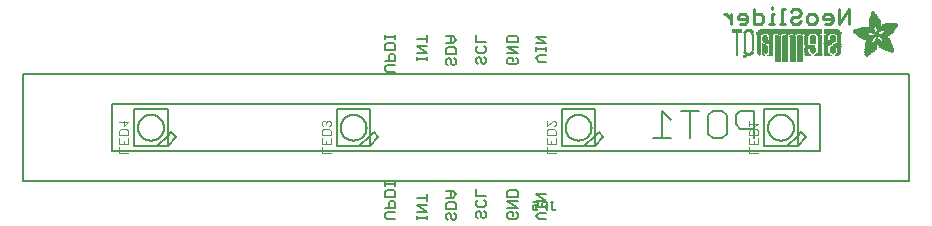
<source format=gbr>
G04 EAGLE Gerber RS-274X export*
G75*
%MOMM*%
%FSLAX34Y34*%
%LPD*%
%INSilkscreen Bottom*%
%IPPOS*%
%AMOC8*
5,1,8,0,0,1.08239X$1,22.5*%
G01*
%ADD10C,0.152400*%
%ADD11C,0.228600*%
%ADD12C,0.127000*%
%ADD13C,0.076200*%
%ADD14C,0.203200*%
%ADD15R,0.050800X0.006300*%
%ADD16R,0.082600X0.006400*%
%ADD17R,0.120600X0.006300*%
%ADD18R,0.139700X0.006400*%
%ADD19R,0.158800X0.006300*%
%ADD20R,0.177800X0.006400*%
%ADD21R,0.196800X0.006300*%
%ADD22R,0.215900X0.006400*%
%ADD23R,0.228600X0.006300*%
%ADD24R,0.241300X0.006400*%
%ADD25R,0.254000X0.006300*%
%ADD26R,0.266700X0.006400*%
%ADD27R,0.279400X0.006300*%
%ADD28R,0.285700X0.006400*%
%ADD29R,0.298400X0.006300*%
%ADD30R,0.311200X0.006400*%
%ADD31R,0.317500X0.006300*%
%ADD32R,0.330200X0.006400*%
%ADD33R,0.336600X0.006300*%
%ADD34R,0.349200X0.006400*%
%ADD35R,0.361900X0.006300*%
%ADD36R,0.368300X0.006400*%
%ADD37R,0.381000X0.006300*%
%ADD38R,0.387300X0.006400*%
%ADD39R,0.393700X0.006300*%
%ADD40R,0.406400X0.006400*%
%ADD41R,0.412700X0.006300*%
%ADD42R,0.419100X0.006400*%
%ADD43R,0.431800X0.006300*%
%ADD44R,0.438100X0.006400*%
%ADD45R,0.450800X0.006300*%
%ADD46R,0.457200X0.006400*%
%ADD47R,0.463500X0.006300*%
%ADD48R,0.476200X0.006400*%
%ADD49R,0.482600X0.006300*%
%ADD50R,0.488900X0.006400*%
%ADD51R,0.501600X0.006300*%
%ADD52R,0.508000X0.006400*%
%ADD53R,0.514300X0.006300*%
%ADD54R,0.527000X0.006400*%
%ADD55R,0.533400X0.006300*%
%ADD56R,0.546100X0.006400*%
%ADD57R,0.552400X0.006300*%
%ADD58R,0.558800X0.006400*%
%ADD59R,0.571500X0.006300*%
%ADD60R,0.577800X0.006400*%
%ADD61R,0.584200X0.006300*%
%ADD62R,0.596900X0.006400*%
%ADD63R,0.603200X0.006300*%
%ADD64R,0.609600X0.006400*%
%ADD65R,0.622300X0.006300*%
%ADD66R,0.628600X0.006400*%
%ADD67R,0.641300X0.006300*%
%ADD68R,0.647700X0.006400*%
%ADD69R,0.063500X0.006300*%
%ADD70R,0.654000X0.006300*%
%ADD71R,0.101600X0.006400*%
%ADD72R,0.666700X0.006400*%
%ADD73R,0.139700X0.006300*%
%ADD74R,0.673100X0.006300*%
%ADD75R,0.165100X0.006400*%
%ADD76R,0.679400X0.006400*%
%ADD77R,0.196900X0.006300*%
%ADD78R,0.692100X0.006300*%
%ADD79R,0.222200X0.006400*%
%ADD80R,0.698500X0.006400*%
%ADD81R,0.247700X0.006300*%
%ADD82R,0.704800X0.006300*%
%ADD83R,0.279400X0.006400*%
%ADD84R,0.717500X0.006400*%
%ADD85R,0.298500X0.006300*%
%ADD86R,0.723900X0.006300*%
%ADD87R,0.736600X0.006400*%
%ADD88R,0.342900X0.006300*%
%ADD89R,0.742900X0.006300*%
%ADD90R,0.374700X0.006400*%
%ADD91R,0.749300X0.006400*%
%ADD92R,0.762000X0.006300*%
%ADD93R,0.412700X0.006400*%
%ADD94R,0.768300X0.006400*%
%ADD95R,0.438100X0.006300*%
%ADD96R,0.774700X0.006300*%
%ADD97R,0.463600X0.006400*%
%ADD98R,0.787400X0.006400*%
%ADD99R,0.793700X0.006300*%
%ADD100R,0.495300X0.006400*%
%ADD101R,0.800100X0.006400*%
%ADD102R,0.520700X0.006300*%
%ADD103R,0.812800X0.006300*%
%ADD104R,0.533400X0.006400*%
%ADD105R,0.819100X0.006400*%
%ADD106R,0.558800X0.006300*%
%ADD107R,0.825500X0.006300*%
%ADD108R,0.577900X0.006400*%
%ADD109R,0.831800X0.006400*%
%ADD110R,0.596900X0.006300*%
%ADD111R,0.844500X0.006300*%
%ADD112R,0.616000X0.006400*%
%ADD113R,0.850900X0.006400*%
%ADD114R,0.635000X0.006300*%
%ADD115R,0.857200X0.006300*%
%ADD116R,0.654100X0.006400*%
%ADD117R,0.863600X0.006400*%
%ADD118R,0.666700X0.006300*%
%ADD119R,0.869900X0.006300*%
%ADD120R,0.685800X0.006400*%
%ADD121R,0.876300X0.006400*%
%ADD122R,0.882600X0.006300*%
%ADD123R,0.723900X0.006400*%
%ADD124R,0.889000X0.006400*%
%ADD125R,0.895300X0.006300*%
%ADD126R,0.755700X0.006400*%
%ADD127R,0.901700X0.006400*%
%ADD128R,0.908000X0.006300*%
%ADD129R,0.793800X0.006400*%
%ADD130R,0.914400X0.006400*%
%ADD131R,0.806400X0.006300*%
%ADD132R,0.920700X0.006300*%
%ADD133R,0.825500X0.006400*%
%ADD134R,0.927100X0.006400*%
%ADD135R,0.933400X0.006300*%
%ADD136R,0.857300X0.006400*%
%ADD137R,0.939800X0.006400*%
%ADD138R,0.870000X0.006300*%
%ADD139R,0.939800X0.006300*%
%ADD140R,0.946100X0.006400*%
%ADD141R,0.952500X0.006300*%
%ADD142R,0.908000X0.006400*%
%ADD143R,0.958800X0.006400*%
%ADD144R,0.965200X0.006300*%
%ADD145R,0.965200X0.006400*%
%ADD146R,0.971500X0.006300*%
%ADD147R,0.952500X0.006400*%
%ADD148R,0.977900X0.006400*%
%ADD149R,0.958800X0.006300*%
%ADD150R,0.984200X0.006300*%
%ADD151R,0.971500X0.006400*%
%ADD152R,0.984200X0.006400*%
%ADD153R,0.990600X0.006300*%
%ADD154R,0.984300X0.006400*%
%ADD155R,0.996900X0.006400*%
%ADD156R,0.997000X0.006300*%
%ADD157R,0.996900X0.006300*%
%ADD158R,1.003300X0.006400*%
%ADD159R,1.016000X0.006300*%
%ADD160R,1.009600X0.006300*%
%ADD161R,1.016000X0.006400*%
%ADD162R,1.009600X0.006400*%
%ADD163R,1.022300X0.006300*%
%ADD164R,1.028700X0.006400*%
%ADD165R,1.035100X0.006300*%
%ADD166R,1.047800X0.006400*%
%ADD167R,1.054100X0.006300*%
%ADD168R,1.028700X0.006300*%
%ADD169R,1.054100X0.006400*%
%ADD170R,1.035000X0.006400*%
%ADD171R,1.060400X0.006300*%
%ADD172R,1.035000X0.006300*%
%ADD173R,1.060500X0.006400*%
%ADD174R,1.041400X0.006400*%
%ADD175R,1.066800X0.006300*%
%ADD176R,1.041400X0.006300*%
%ADD177R,1.079500X0.006400*%
%ADD178R,1.047700X0.006400*%
%ADD179R,1.085900X0.006300*%
%ADD180R,1.047700X0.006300*%
%ADD181R,1.085800X0.006400*%
%ADD182R,1.092200X0.006300*%
%ADD183R,1.085900X0.006400*%
%ADD184R,1.098600X0.006300*%
%ADD185R,1.098600X0.006400*%
%ADD186R,1.060400X0.006400*%
%ADD187R,1.104900X0.006300*%
%ADD188R,1.104900X0.006400*%
%ADD189R,1.066800X0.006400*%
%ADD190R,1.111200X0.006300*%
%ADD191R,1.117600X0.006400*%
%ADD192R,1.117600X0.006300*%
%ADD193R,1.073100X0.006300*%
%ADD194R,1.073100X0.006400*%
%ADD195R,1.124000X0.006300*%
%ADD196R,1.079500X0.006300*%
%ADD197R,1.123900X0.006400*%
%ADD198R,1.130300X0.006300*%
%ADD199R,1.130300X0.006400*%
%ADD200R,1.136700X0.006400*%
%ADD201R,1.136700X0.006300*%
%ADD202R,1.085800X0.006300*%
%ADD203R,1.136600X0.006400*%
%ADD204R,1.136600X0.006300*%
%ADD205R,1.143000X0.006400*%
%ADD206R,1.143000X0.006300*%
%ADD207R,1.149400X0.006300*%
%ADD208R,1.149300X0.006300*%
%ADD209R,1.149300X0.006400*%
%ADD210R,1.149400X0.006400*%
%ADD211R,1.155700X0.006400*%
%ADD212R,1.155700X0.006300*%
%ADD213R,1.060500X0.006300*%
%ADD214R,2.197100X0.006400*%
%ADD215R,2.197100X0.006300*%
%ADD216R,2.184400X0.006300*%
%ADD217R,2.184400X0.006400*%
%ADD218R,2.171700X0.006400*%
%ADD219R,2.171700X0.006300*%
%ADD220R,1.530300X0.006400*%
%ADD221R,1.505000X0.006300*%
%ADD222R,1.492300X0.006400*%
%ADD223R,1.485900X0.006300*%
%ADD224R,0.565200X0.006300*%
%ADD225R,1.473200X0.006400*%
%ADD226R,0.565200X0.006400*%
%ADD227R,1.460500X0.006300*%
%ADD228R,1.454100X0.006400*%
%ADD229R,0.552400X0.006400*%
%ADD230R,1.441500X0.006300*%
%ADD231R,0.546100X0.006300*%
%ADD232R,1.435100X0.006400*%
%ADD233R,0.539800X0.006400*%
%ADD234R,1.428800X0.006300*%
%ADD235R,1.422400X0.006400*%
%ADD236R,1.409700X0.006300*%
%ADD237R,0.527100X0.006300*%
%ADD238R,1.403300X0.006400*%
%ADD239R,0.527100X0.006400*%
%ADD240R,1.390700X0.006300*%
%ADD241R,1.384300X0.006400*%
%ADD242R,0.520700X0.006400*%
%ADD243R,1.384300X0.006300*%
%ADD244R,0.514400X0.006300*%
%ADD245R,1.371600X0.006400*%
%ADD246R,1.365200X0.006300*%
%ADD247R,0.508000X0.006300*%
%ADD248R,1.352600X0.006400*%
%ADD249R,0.501700X0.006400*%
%ADD250R,0.711200X0.006300*%
%ADD251R,0.603300X0.006300*%
%ADD252R,0.501700X0.006300*%
%ADD253R,0.692100X0.006400*%
%ADD254R,0.571500X0.006400*%
%ADD255R,0.679400X0.006300*%
%ADD256R,0.495300X0.006300*%
%ADD257R,0.673100X0.006400*%
%ADD258R,0.666800X0.006300*%
%ADD259R,0.488900X0.006300*%
%ADD260R,0.660400X0.006400*%
%ADD261R,0.482600X0.006400*%
%ADD262R,0.476200X0.006300*%
%ADD263R,0.654000X0.006400*%
%ADD264R,0.469900X0.006400*%
%ADD265R,0.476300X0.006400*%
%ADD266R,0.647700X0.006300*%
%ADD267R,0.457200X0.006300*%
%ADD268R,0.469900X0.006300*%
%ADD269R,0.641300X0.006400*%
%ADD270R,0.444500X0.006400*%
%ADD271R,0.463600X0.006300*%
%ADD272R,0.635000X0.006400*%
%ADD273R,0.463500X0.006400*%
%ADD274R,0.393700X0.006400*%
%ADD275R,0.450800X0.006400*%
%ADD276R,0.628600X0.006300*%
%ADD277R,0.387400X0.006300*%
%ADD278R,0.450900X0.006300*%
%ADD279R,0.628700X0.006400*%
%ADD280R,0.374600X0.006400*%
%ADD281R,0.368300X0.006300*%
%ADD282R,0.438200X0.006300*%
%ADD283R,0.622300X0.006400*%
%ADD284R,0.355600X0.006400*%
%ADD285R,0.431800X0.006400*%
%ADD286R,0.349300X0.006300*%
%ADD287R,0.425400X0.006300*%
%ADD288R,0.615900X0.006300*%
%ADD289R,0.330200X0.006300*%
%ADD290R,0.419100X0.006300*%
%ADD291R,0.616000X0.006300*%
%ADD292R,0.311200X0.006300*%
%ADD293R,0.406400X0.006300*%
%ADD294R,0.615900X0.006400*%
%ADD295R,0.304800X0.006400*%
%ADD296R,0.158800X0.006400*%
%ADD297R,0.609600X0.006300*%
%ADD298R,0.292100X0.006300*%
%ADD299R,0.235000X0.006300*%
%ADD300R,0.387400X0.006400*%
%ADD301R,0.292100X0.006400*%
%ADD302R,0.336500X0.006300*%
%ADD303R,0.260400X0.006300*%
%ADD304R,0.603300X0.006400*%
%ADD305R,0.260400X0.006400*%
%ADD306R,0.362000X0.006400*%
%ADD307R,0.450900X0.006400*%
%ADD308R,0.355600X0.006300*%
%ADD309R,0.342900X0.006400*%
%ADD310R,0.514300X0.006400*%
%ADD311R,0.234900X0.006300*%
%ADD312R,0.539700X0.006300*%
%ADD313R,0.603200X0.006400*%
%ADD314R,0.234900X0.006400*%
%ADD315R,0.920700X0.006400*%
%ADD316R,0.958900X0.006400*%
%ADD317R,0.215900X0.006300*%
%ADD318R,0.209600X0.006400*%
%ADD319R,0.203200X0.006300*%
%ADD320R,1.003300X0.006300*%
%ADD321R,0.203200X0.006400*%
%ADD322R,0.196900X0.006400*%
%ADD323R,0.190500X0.006300*%
%ADD324R,0.190500X0.006400*%
%ADD325R,0.184200X0.006300*%
%ADD326R,0.590500X0.006400*%
%ADD327R,0.184200X0.006400*%
%ADD328R,0.590500X0.006300*%
%ADD329R,0.177800X0.006300*%
%ADD330R,0.584200X0.006400*%
%ADD331R,1.168400X0.006400*%
%ADD332R,0.171500X0.006300*%
%ADD333R,1.187500X0.006300*%
%ADD334R,1.200100X0.006400*%
%ADD335R,0.577800X0.006300*%
%ADD336R,1.212900X0.006300*%
%ADD337R,1.231900X0.006400*%
%ADD338R,1.250900X0.006300*%
%ADD339R,0.565100X0.006400*%
%ADD340R,0.184100X0.006400*%
%ADD341R,1.263700X0.006400*%
%ADD342R,0.565100X0.006300*%
%ADD343R,1.289100X0.006300*%
%ADD344R,1.314400X0.006400*%
%ADD345R,0.552500X0.006300*%
%ADD346R,1.568500X0.006300*%
%ADD347R,0.552500X0.006400*%
%ADD348R,1.581200X0.006400*%
%ADD349R,1.593800X0.006300*%
%ADD350R,1.606500X0.006400*%
%ADD351R,1.619300X0.006300*%
%ADD352R,0.514400X0.006400*%
%ADD353R,1.638300X0.006400*%
%ADD354R,1.657300X0.006300*%
%ADD355R,2.209800X0.006400*%
%ADD356R,2.425700X0.006300*%
%ADD357R,2.470100X0.006400*%
%ADD358R,2.501900X0.006300*%
%ADD359R,2.533700X0.006400*%
%ADD360R,2.559000X0.006300*%
%ADD361R,2.584500X0.006400*%
%ADD362R,2.609900X0.006300*%
%ADD363R,2.628900X0.006400*%
%ADD364R,2.660600X0.006300*%
%ADD365R,2.673400X0.006400*%
%ADD366R,1.422400X0.006300*%
%ADD367R,1.200200X0.006300*%
%ADD368R,1.365300X0.006300*%
%ADD369R,1.365300X0.006400*%
%ADD370R,1.352500X0.006300*%
%ADD371R,1.098500X0.006300*%
%ADD372R,1.358900X0.006400*%
%ADD373R,1.352600X0.006300*%
%ADD374R,1.358900X0.006300*%
%ADD375R,1.371600X0.006300*%
%ADD376R,1.377900X0.006400*%
%ADD377R,1.397000X0.006400*%
%ADD378R,1.403300X0.006300*%
%ADD379R,0.914400X0.006300*%
%ADD380R,0.876300X0.006300*%
%ADD381R,0.374600X0.006300*%
%ADD382R,1.073200X0.006400*%
%ADD383R,0.374700X0.006300*%
%ADD384R,0.844600X0.006400*%
%ADD385R,0.844600X0.006300*%
%ADD386R,0.831900X0.006400*%
%ADD387R,1.092200X0.006400*%
%ADD388R,0.400000X0.006300*%
%ADD389R,0.819200X0.006400*%
%ADD390R,1.111300X0.006400*%
%ADD391R,0.812800X0.006400*%
%ADD392R,0.800100X0.006300*%
%ADD393R,0.476300X0.006300*%
%ADD394R,1.181100X0.006300*%
%ADD395R,0.501600X0.006400*%
%ADD396R,1.193800X0.006400*%
%ADD397R,0.781000X0.006400*%
%ADD398R,1.238200X0.006400*%
%ADD399R,0.781100X0.006300*%
%ADD400R,1.257300X0.006300*%
%ADD401R,1.295400X0.006400*%
%ADD402R,1.333500X0.006300*%
%ADD403R,0.774700X0.006400*%
%ADD404R,1.866900X0.006400*%
%ADD405R,0.209600X0.006300*%
%ADD406R,1.866900X0.006300*%
%ADD407R,0.768400X0.006400*%
%ADD408R,0.209500X0.006400*%
%ADD409R,1.860600X0.006400*%
%ADD410R,0.762000X0.006400*%
%ADD411R,0.768400X0.006300*%
%ADD412R,1.860600X0.006300*%
%ADD413R,1.860500X0.006400*%
%ADD414R,0.222300X0.006300*%
%ADD415R,1.854200X0.006300*%
%ADD416R,0.235000X0.006400*%
%ADD417R,1.854200X0.006400*%
%ADD418R,0.768300X0.006300*%
%ADD419R,0.260300X0.006400*%
%ADD420R,1.847800X0.006400*%
%ADD421R,0.266700X0.006300*%
%ADD422R,1.847800X0.006300*%
%ADD423R,0.273100X0.006400*%
%ADD424R,1.841500X0.006400*%
%ADD425R,0.285800X0.006300*%
%ADD426R,1.841500X0.006300*%
%ADD427R,0.298500X0.006400*%
%ADD428R,1.835100X0.006400*%
%ADD429R,0.781000X0.006300*%
%ADD430R,0.304800X0.006300*%
%ADD431R,1.835100X0.006300*%
%ADD432R,0.317500X0.006400*%
%ADD433R,1.828800X0.006400*%
%ADD434R,0.787400X0.006300*%
%ADD435R,0.323800X0.006300*%
%ADD436R,1.828800X0.006300*%
%ADD437R,0.793700X0.006400*%
%ADD438R,1.822400X0.006400*%
%ADD439R,0.806500X0.006300*%
%ADD440R,1.822400X0.006300*%
%ADD441R,1.816100X0.006400*%
%ADD442R,0.819100X0.006300*%
%ADD443R,0.387300X0.006300*%
%ADD444R,1.816100X0.006300*%
%ADD445R,1.809800X0.006400*%
%ADD446R,1.803400X0.006300*%
%ADD447R,1.797000X0.006400*%
%ADD448R,0.901700X0.006300*%
%ADD449R,1.797000X0.006300*%
%ADD450R,1.441400X0.006400*%
%ADD451R,1.790700X0.006400*%
%ADD452R,1.447800X0.006300*%
%ADD453R,1.784300X0.006300*%
%ADD454R,1.447800X0.006400*%
%ADD455R,1.784300X0.006400*%
%ADD456R,1.454100X0.006300*%
%ADD457R,1.771700X0.006300*%
%ADD458R,1.460500X0.006400*%
%ADD459R,1.759000X0.006400*%
%ADD460R,1.466800X0.006300*%
%ADD461R,1.752600X0.006300*%
%ADD462R,1.466800X0.006400*%
%ADD463R,1.739900X0.006400*%
%ADD464R,1.473200X0.006300*%
%ADD465R,1.727200X0.006300*%
%ADD466R,1.479500X0.006400*%
%ADD467R,1.714500X0.006400*%
%ADD468R,1.695400X0.006300*%
%ADD469R,1.485900X0.006400*%
%ADD470R,1.682700X0.006400*%
%ADD471R,1.492200X0.006300*%
%ADD472R,1.663700X0.006300*%
%ADD473R,1.498600X0.006400*%
%ADD474R,1.644600X0.006400*%
%ADD475R,1.498600X0.006300*%
%ADD476R,1.619200X0.006300*%
%ADD477R,1.511300X0.006400*%
%ADD478R,1.600200X0.006400*%
%ADD479R,1.517700X0.006300*%
%ADD480R,1.574800X0.006300*%
%ADD481R,1.524000X0.006400*%
%ADD482R,1.555800X0.006400*%
%ADD483R,1.524000X0.006300*%
%ADD484R,1.536700X0.006300*%
%ADD485R,1.530400X0.006400*%
%ADD486R,1.517700X0.006400*%
%ADD487R,1.492300X0.006300*%
%ADD488R,1.549400X0.006400*%
%ADD489R,1.479600X0.006400*%
%ADD490R,1.549400X0.006300*%
%ADD491R,1.555700X0.006400*%
%ADD492R,1.562100X0.006300*%
%ADD493R,0.323900X0.006300*%
%ADD494R,1.568400X0.006400*%
%ADD495R,0.336600X0.006400*%
%ADD496R,1.587500X0.006300*%
%ADD497R,0.971600X0.006300*%
%ADD498R,0.349300X0.006400*%
%ADD499R,1.600200X0.006300*%
%ADD500R,0.920800X0.006300*%
%ADD501R,0.882700X0.006400*%
%ADD502R,1.612900X0.006300*%
%ADD503R,0.362000X0.006300*%
%ADD504R,1.625600X0.006400*%
%ADD505R,1.625600X0.006300*%
%ADD506R,1.644600X0.006300*%
%ADD507R,0.736600X0.006300*%
%ADD508R,0.717600X0.006400*%
%ADD509R,1.657400X0.006300*%
%ADD510R,0.679500X0.006300*%
%ADD511R,1.663700X0.006400*%
%ADD512R,0.400000X0.006400*%
%ADD513R,1.676400X0.006300*%
%ADD514R,1.676400X0.006400*%
%ADD515R,0.425500X0.006400*%
%ADD516R,1.352500X0.006400*%
%ADD517R,0.444500X0.006300*%
%ADD518R,0.361900X0.006400*%
%ADD519R,0.088900X0.006300*%
%ADD520R,1.009700X0.006300*%
%ADD521R,1.009700X0.006400*%
%ADD522R,1.022300X0.006400*%
%ADD523R,1.346200X0.006400*%
%ADD524R,1.346200X0.006300*%
%ADD525R,1.339900X0.006400*%
%ADD526R,1.035100X0.006400*%
%ADD527R,1.339800X0.006300*%
%ADD528R,1.333500X0.006400*%
%ADD529R,1.327200X0.006400*%
%ADD530R,1.320800X0.006300*%
%ADD531R,1.314500X0.006400*%
%ADD532R,1.314400X0.006300*%
%ADD533R,1.301700X0.006400*%
%ADD534R,1.295400X0.006300*%
%ADD535R,1.289000X0.006400*%
%ADD536R,1.276300X0.006300*%
%ADD537R,1.251000X0.006300*%
%ADD538R,1.244600X0.006400*%
%ADD539R,1.231900X0.006300*%
%ADD540R,1.212800X0.006400*%
%ADD541R,1.200100X0.006300*%
%ADD542R,1.187400X0.006400*%
%ADD543R,1.168400X0.006300*%
%ADD544R,1.047800X0.006300*%
%ADD545R,0.977900X0.006300*%
%ADD546R,0.946200X0.006400*%
%ADD547R,0.933400X0.006400*%
%ADD548R,0.895300X0.006400*%
%ADD549R,0.882700X0.006300*%
%ADD550R,0.863600X0.006300*%
%ADD551R,0.857200X0.006400*%
%ADD552R,0.850900X0.006300*%
%ADD553R,0.838200X0.006300*%
%ADD554R,0.806500X0.006400*%
%ADD555R,0.717600X0.006300*%
%ADD556R,0.711200X0.006400*%
%ADD557R,0.641400X0.006400*%
%ADD558R,0.641400X0.006300*%
%ADD559R,0.628700X0.006300*%
%ADD560R,0.590600X0.006300*%
%ADD561R,0.539700X0.006400*%
%ADD562R,0.285700X0.006300*%
%ADD563R,0.222200X0.006300*%
%ADD564R,0.171400X0.006300*%
%ADD565R,0.152400X0.006400*%
%ADD566R,0.133400X0.006300*%
%ADD567R,0.462278X0.022863*%
%ADD568R,0.462281X0.022863*%
%ADD569R,0.436881X0.022863*%
%ADD570R,0.462278X0.023113*%
%ADD571R,0.462281X0.023113*%
%ADD572R,0.436881X0.023113*%
%ADD573R,0.462278X0.023116*%
%ADD574R,0.462281X0.023116*%
%ADD575R,0.436881X0.023116*%
%ADD576R,0.022863X0.023113*%
%ADD577R,0.091441X0.023116*%
%ADD578R,0.139700X0.023113*%
%ADD579R,0.185419X0.023116*%
%ADD580R,0.254000X0.023113*%
%ADD581R,0.299719X0.023113*%
%ADD582R,0.345438X0.023116*%
%ADD583R,0.391159X0.023113*%
%ADD584R,0.393700X0.023116*%
%ADD585R,0.325119X0.022863*%
%ADD586R,0.599438X0.022863*%
%ADD587R,0.622300X0.022863*%
%ADD588R,0.530859X0.022863*%
%ADD589R,0.439422X0.022863*%
%ADD590R,0.231138X0.022863*%
%ADD591R,0.071119X0.022863*%
%ADD592R,0.533400X0.022863*%
%ADD593R,0.208281X0.022863*%
%ADD594R,0.345441X0.023113*%
%ADD595R,0.576578X0.023113*%
%ADD596R,0.599438X0.023113*%
%ADD597R,0.508000X0.023113*%
%ADD598R,0.416563X0.023113*%
%ADD599R,0.208278X0.023113*%
%ADD600R,0.553722X0.023113*%
%ADD601R,0.208281X0.023113*%
%ADD602R,0.345441X0.023116*%
%ADD603R,0.530859X0.023116*%
%ADD604R,0.370841X0.023116*%
%ADD605R,0.162559X0.023116*%
%ADD606R,0.576581X0.023116*%
%ADD607R,0.208281X0.023116*%
%ADD608R,0.322578X0.023113*%
%ADD609R,0.485137X0.023113*%
%ADD610R,0.416559X0.023113*%
%ADD611R,0.347981X0.023113*%
%ADD612R,0.116838X0.023113*%
%ADD613R,0.647700X0.023113*%
%ADD614R,0.322581X0.023116*%
%ADD615R,0.485137X0.023116*%
%ADD616R,0.093978X0.023116*%
%ADD617R,0.231141X0.023116*%
%ADD618R,0.693419X0.023116*%
%ADD619R,0.322581X0.023113*%
%ADD620R,0.439419X0.023113*%
%ADD621R,0.370841X0.023113*%
%ADD622R,0.299722X0.023113*%
%ADD623R,0.045719X0.023113*%
%ADD624R,0.739138X0.023113*%
%ADD625R,0.414019X0.023113*%
%ADD626R,0.347978X0.023113*%
%ADD627R,0.762000X0.023113*%
%ADD628R,0.414019X0.023116*%
%ADD629R,0.182881X0.023116*%
%ADD630R,0.347978X0.023116*%
%ADD631R,0.276863X0.023116*%
%ADD632R,0.116841X0.023116*%
%ADD633R,0.276859X0.023116*%
%ADD634R,0.784863X0.023116*%
%ADD635R,0.325119X0.023113*%
%ADD636R,0.276863X0.023113*%
%ADD637R,0.276859X0.023113*%
%ADD638R,0.325119X0.023116*%
%ADD639R,0.391159X0.023116*%
%ADD640R,0.302259X0.023116*%
%ADD641R,0.254000X0.023116*%
%ADD642R,0.302259X0.023113*%
%ADD643R,0.393700X0.023113*%
%ADD644R,0.231141X0.023113*%
%ADD645R,0.302259X0.022863*%
%ADD646R,0.439419X0.022863*%
%ADD647R,0.368300X0.022863*%
%ADD648R,0.391159X0.022863*%
%ADD649R,0.416559X0.022863*%
%ADD650R,0.276863X0.022863*%
%ADD651R,0.205741X0.022863*%
%ADD652R,0.368300X0.023113*%
%ADD653R,0.205741X0.023113*%
%ADD654R,0.368300X0.023116*%
%ADD655R,0.205741X0.023116*%
%ADD656R,0.182881X0.023113*%
%ADD657R,0.276859X0.022863*%
%ADD658R,0.182881X0.022863*%
%ADD659R,0.924559X0.023113*%
%ADD660R,0.924559X0.023116*%
%ADD661R,0.901700X0.023113*%
%ADD662R,0.901700X0.023116*%
%ADD663R,0.878841X0.023113*%
%ADD664R,0.855981X0.023116*%
%ADD665R,0.833119X0.023113*%
%ADD666R,0.787400X0.022863*%
%ADD667R,0.414019X0.022863*%
%ADD668R,0.924559X0.022863*%
%ADD669R,0.739141X0.023113*%
%ADD670R,0.716281X0.023116*%
%ADD671R,0.299722X0.023116*%
%ADD672R,0.670559X0.023113*%
%ADD673R,0.647700X0.023116*%
%ADD674R,0.508000X0.023116*%
%ADD675R,0.299719X0.023116*%
%ADD676R,0.601981X0.023113*%
%ADD677R,0.530859X0.023113*%
%ADD678R,0.231138X0.023113*%
%ADD679R,0.556259X0.023113*%
%ADD680R,0.185419X0.023113*%
%ADD681R,0.533400X0.023116*%
%ADD682R,0.599438X0.023116*%
%ADD683R,0.416563X0.023116*%
%ADD684R,0.116838X0.023116*%
%ADD685R,0.485141X0.023113*%
%ADD686R,0.645159X0.023113*%
%ADD687R,0.716278X0.023113*%
%ADD688R,0.393700X0.022863*%
%ADD689R,0.762000X0.022863*%
%ADD690R,0.624841X0.022863*%
%ADD691R,0.784859X0.023113*%
%ADD692R,0.693422X0.023113*%
%ADD693R,0.830578X0.023116*%
%ADD694R,0.739141X0.023116*%
%ADD695R,0.876300X0.023113*%
%ADD696R,0.807722X0.023113*%
%ADD697R,0.899159X0.023116*%
%ADD698R,0.878841X0.023116*%
%ADD699R,0.922019X0.023113*%
%ADD700R,0.947419X0.023113*%
%ADD701R,0.970278X0.023116*%
%ADD702R,0.970278X0.023113*%
%ADD703R,0.439419X0.023116*%
%ADD704R,0.299722X0.022863*%
%ADD705R,0.416559X0.023116*%
%ADD706R,0.347981X0.023116*%
%ADD707R,0.137159X0.023113*%
%ADD708R,0.093978X0.023113*%
%ADD709R,0.091441X0.023113*%
%ADD710R,0.093981X0.023113*%
%ADD711R,0.114300X0.023113*%
%ADD712R,0.045719X0.023116*%
%ADD713R,0.045722X0.023116*%
%ADD714R,0.071119X0.023113*%
%ADD715R,0.116841X0.023113*%
%ADD716R,0.139700X0.023116*%
%ADD717R,0.322581X0.022863*%
%ADD718R,0.345441X0.022863*%
%ADD719R,0.162559X0.022863*%
%ADD720R,0.576581X0.022863*%
%ADD721R,0.668019X0.023113*%
%ADD722R,0.533400X0.023113*%
%ADD723R,1.455419X0.023116*%
%ADD724R,5.519419X0.023116*%
%ADD725R,1.455419X0.023113*%
%ADD726R,5.519419X0.023113*%
%ADD727R,5.494019X0.023116*%
%ADD728R,1.430019X0.023113*%
%ADD729R,5.494019X0.023113*%
%ADD730R,1.430019X0.023116*%
%ADD731R,5.471159X0.023116*%
%ADD732R,0.762000X0.023116*%
%ADD733R,1.407159X0.023113*%
%ADD734R,5.471159X0.023113*%
%ADD735R,1.384300X0.022863*%
%ADD736R,5.448300X0.022863*%
%ADD737R,0.716278X0.022863*%
%ADD738R,0.878841X0.022863*%
%ADD739R,1.361438X0.023113*%
%ADD740R,5.425438X0.023113*%
%ADD741R,1.338578X0.023116*%
%ADD742R,5.402578X0.023116*%
%ADD743R,0.624841X0.023116*%
%ADD744R,1.292859X0.023113*%
%ADD745R,5.356859X0.023113*%
%ADD746R,1.224278X0.023116*%
%ADD747R,5.288278X0.023116*%


D10*
X67825Y55598D02*
X62063Y55598D01*
X59182Y58480D01*
X62063Y61361D01*
X67825Y61361D01*
X59182Y64954D02*
X59182Y67835D01*
X59182Y66394D02*
X67825Y66394D01*
X67825Y64954D02*
X67825Y67835D01*
X67825Y71190D02*
X59182Y71190D01*
X59182Y76953D02*
X67825Y71190D01*
X67825Y76953D02*
X59182Y76953D01*
X-41783Y59750D02*
X-41783Y56868D01*
X-41783Y58309D02*
X-33140Y58309D01*
X-33140Y56868D02*
X-33140Y59750D01*
X-33140Y63105D02*
X-41783Y63105D01*
X-41783Y68867D02*
X-33140Y63105D01*
X-33140Y68867D02*
X-41783Y68867D01*
X-41783Y75342D02*
X-33140Y75342D01*
X-33140Y78223D02*
X-33140Y72460D01*
X62063Y-77752D02*
X67825Y-77752D01*
X62063Y-77752D02*
X59182Y-74870D01*
X62063Y-71989D01*
X67825Y-71989D01*
X59182Y-68396D02*
X59182Y-65515D01*
X59182Y-66956D02*
X67825Y-66956D01*
X67825Y-68396D02*
X67825Y-65515D01*
X67825Y-62160D02*
X59182Y-62160D01*
X59182Y-56397D02*
X67825Y-62160D01*
X67825Y-56397D02*
X59182Y-56397D01*
X43695Y-73084D02*
X42255Y-71644D01*
X43695Y-73084D02*
X43695Y-75965D01*
X42255Y-77406D01*
X36493Y-77406D01*
X35052Y-75965D01*
X35052Y-73084D01*
X36493Y-71644D01*
X39374Y-71644D01*
X39374Y-74525D01*
X43695Y-68051D02*
X35052Y-68051D01*
X35052Y-62288D02*
X43695Y-68051D01*
X43695Y-62288D02*
X35052Y-62288D01*
X35052Y-58695D02*
X43695Y-58695D01*
X35052Y-58695D02*
X35052Y-54374D01*
X36493Y-52933D01*
X42255Y-52933D01*
X43695Y-54374D01*
X43695Y-58695D01*
X17025Y-72449D02*
X15585Y-71009D01*
X17025Y-72449D02*
X17025Y-75330D01*
X15585Y-76771D01*
X14144Y-76771D01*
X12704Y-75330D01*
X12704Y-72449D01*
X11263Y-71009D01*
X9823Y-71009D01*
X8382Y-72449D01*
X8382Y-75330D01*
X9823Y-76771D01*
X17025Y-63094D02*
X15585Y-61653D01*
X17025Y-63094D02*
X17025Y-65975D01*
X15585Y-67416D01*
X9823Y-67416D01*
X8382Y-65975D01*
X8382Y-63094D01*
X9823Y-61653D01*
X8382Y-58060D02*
X17025Y-58060D01*
X8382Y-58060D02*
X8382Y-52298D01*
X-9815Y-72279D02*
X-8375Y-73719D01*
X-8375Y-76600D01*
X-9815Y-78041D01*
X-11256Y-78041D01*
X-12696Y-76600D01*
X-12696Y-73719D01*
X-14137Y-72279D01*
X-15577Y-72279D01*
X-17018Y-73719D01*
X-17018Y-76600D01*
X-15577Y-78041D01*
X-17018Y-68686D02*
X-8375Y-68686D01*
X-17018Y-68686D02*
X-17018Y-64364D01*
X-15577Y-62923D01*
X-9815Y-62923D01*
X-8375Y-64364D01*
X-8375Y-68686D01*
X-11256Y-59330D02*
X-17018Y-59330D01*
X-11256Y-59330D02*
X-8375Y-56449D01*
X-11256Y-53568D01*
X-17018Y-53568D01*
X-12696Y-53568D02*
X-12696Y-59330D01*
X-41783Y-74870D02*
X-41783Y-77752D01*
X-41783Y-76311D02*
X-33140Y-76311D01*
X-33140Y-77752D02*
X-33140Y-74870D01*
X-33140Y-71515D02*
X-41783Y-71515D01*
X-41783Y-65753D02*
X-33140Y-71515D01*
X-33140Y-65753D02*
X-41783Y-65753D01*
X-41783Y-59279D02*
X-33140Y-59279D01*
X-33140Y-62160D02*
X-33140Y-56397D01*
X-59810Y-77349D02*
X-67012Y-77349D01*
X-68453Y-75909D01*
X-68453Y-73028D01*
X-67012Y-71587D01*
X-59810Y-71587D01*
X-59810Y-67994D02*
X-68453Y-67994D01*
X-59810Y-67994D02*
X-59810Y-63672D01*
X-61250Y-62232D01*
X-64131Y-62232D01*
X-65572Y-63672D01*
X-65572Y-67994D01*
X-68453Y-58639D02*
X-59810Y-58639D01*
X-68453Y-58639D02*
X-68453Y-54317D01*
X-67012Y-52877D01*
X-61250Y-52877D01*
X-59810Y-54317D01*
X-59810Y-58639D01*
X-68453Y-49284D02*
X-68453Y-46403D01*
X-68453Y-47843D02*
X-59810Y-47843D01*
X-59810Y-46403D02*
X-59810Y-49284D01*
X-59810Y47111D02*
X-67012Y47111D01*
X-68453Y48551D01*
X-68453Y51433D01*
X-67012Y52873D01*
X-59810Y52873D01*
X-59810Y56466D02*
X-68453Y56466D01*
X-59810Y56466D02*
X-59810Y60788D01*
X-61250Y62228D01*
X-64131Y62228D01*
X-65572Y60788D01*
X-65572Y56466D01*
X-68453Y65821D02*
X-59810Y65821D01*
X-68453Y65821D02*
X-68453Y70143D01*
X-67012Y71583D01*
X-61250Y71583D01*
X-59810Y70143D01*
X-59810Y65821D01*
X-68453Y75176D02*
X-68453Y78058D01*
X-68453Y76617D02*
X-59810Y76617D01*
X-59810Y75176D02*
X-59810Y78058D01*
X42255Y59166D02*
X43695Y57726D01*
X43695Y54845D01*
X42255Y53404D01*
X36493Y53404D01*
X35052Y54845D01*
X35052Y57726D01*
X36493Y59166D01*
X39374Y59166D01*
X39374Y56285D01*
X43695Y62759D02*
X35052Y62759D01*
X35052Y68522D02*
X43695Y62759D01*
X43695Y68522D02*
X35052Y68522D01*
X35052Y72115D02*
X43695Y72115D01*
X35052Y72115D02*
X35052Y76436D01*
X36493Y77877D01*
X42255Y77877D01*
X43695Y76436D01*
X43695Y72115D01*
X17025Y58361D02*
X15585Y59801D01*
X17025Y58361D02*
X17025Y55480D01*
X15585Y54039D01*
X14144Y54039D01*
X12704Y55480D01*
X12704Y58361D01*
X11263Y59801D01*
X9823Y59801D01*
X8382Y58361D01*
X8382Y55480D01*
X9823Y54039D01*
X17025Y67716D02*
X15585Y69157D01*
X17025Y67716D02*
X17025Y64835D01*
X15585Y63394D01*
X9823Y63394D01*
X8382Y64835D01*
X8382Y67716D01*
X9823Y69157D01*
X8382Y72750D02*
X17025Y72750D01*
X8382Y72750D02*
X8382Y78512D01*
X-9815Y58531D02*
X-8375Y57091D01*
X-8375Y54210D01*
X-9815Y52769D01*
X-11256Y52769D01*
X-12696Y54210D01*
X-12696Y57091D01*
X-14137Y58531D01*
X-15577Y58531D01*
X-17018Y57091D01*
X-17018Y54210D01*
X-15577Y52769D01*
X-17018Y62124D02*
X-8375Y62124D01*
X-17018Y62124D02*
X-17018Y66446D01*
X-15577Y67887D01*
X-9815Y67887D01*
X-8375Y66446D01*
X-8375Y62124D01*
X-11256Y71480D02*
X-17018Y71480D01*
X-11256Y71480D02*
X-8375Y74361D01*
X-11256Y77242D01*
X-17018Y77242D01*
X-12696Y77242D02*
X-12696Y71480D01*
D11*
X324123Y87757D02*
X324123Y100214D01*
X315818Y87757D01*
X315818Y100214D01*
X308481Y87757D02*
X304329Y87757D01*
X308481Y87757D02*
X310558Y89833D01*
X310558Y93985D01*
X308481Y96061D01*
X304329Y96061D01*
X302253Y93985D01*
X302253Y91909D01*
X310558Y91909D01*
X294916Y87757D02*
X290764Y87757D01*
X288688Y89833D01*
X288688Y93985D01*
X290764Y96061D01*
X294916Y96061D01*
X296992Y93985D01*
X296992Y89833D01*
X294916Y87757D01*
X277199Y100214D02*
X275123Y98138D01*
X277199Y100214D02*
X281351Y100214D01*
X283427Y98138D01*
X283427Y96061D01*
X281351Y93985D01*
X277199Y93985D01*
X275123Y91909D01*
X275123Y89833D01*
X277199Y87757D01*
X281351Y87757D01*
X283427Y89833D01*
X269862Y100214D02*
X267786Y100214D01*
X267786Y87757D01*
X269862Y87757D02*
X265710Y87757D01*
X260819Y96061D02*
X258743Y96061D01*
X258743Y87757D01*
X260819Y87757D02*
X256667Y87757D01*
X258743Y100214D02*
X258743Y102290D01*
X243471Y100214D02*
X243471Y87757D01*
X249700Y87757D01*
X251776Y89833D01*
X251776Y93985D01*
X249700Y96061D01*
X243471Y96061D01*
X236135Y87757D02*
X231982Y87757D01*
X236135Y87757D02*
X238211Y89833D01*
X238211Y93985D01*
X236135Y96061D01*
X231982Y96061D01*
X229906Y93985D01*
X229906Y91909D01*
X238211Y91909D01*
X224646Y87757D02*
X224646Y96061D01*
X224646Y91909D02*
X220493Y96061D01*
X218417Y96061D01*
D12*
X252700Y16000D02*
X252700Y-16000D01*
X271700Y-16000D01*
X280700Y-16000D01*
X280700Y-7000D01*
X280700Y16000D01*
X252700Y16000D01*
X280700Y-7000D02*
X271700Y-16000D01*
X255700Y0D02*
X255703Y270D01*
X255713Y540D01*
X255730Y809D01*
X255753Y1078D01*
X255783Y1347D01*
X255819Y1614D01*
X255862Y1881D01*
X255911Y2146D01*
X255967Y2410D01*
X256030Y2673D01*
X256098Y2934D01*
X256174Y3193D01*
X256255Y3450D01*
X256343Y3706D01*
X256437Y3959D01*
X256537Y4210D01*
X256644Y4458D01*
X256756Y4703D01*
X256875Y4946D01*
X256999Y5185D01*
X257129Y5422D01*
X257265Y5655D01*
X257407Y5885D01*
X257554Y6111D01*
X257707Y6334D01*
X257865Y6553D01*
X258028Y6768D01*
X258197Y6978D01*
X258371Y7185D01*
X258550Y7387D01*
X258733Y7585D01*
X258922Y7778D01*
X259115Y7967D01*
X259313Y8150D01*
X259515Y8329D01*
X259722Y8503D01*
X259932Y8672D01*
X260147Y8835D01*
X260366Y8993D01*
X260589Y9146D01*
X260815Y9293D01*
X261045Y9435D01*
X261278Y9571D01*
X261515Y9701D01*
X261754Y9825D01*
X261997Y9944D01*
X262242Y10056D01*
X262490Y10163D01*
X262741Y10263D01*
X262994Y10357D01*
X263250Y10445D01*
X263507Y10526D01*
X263766Y10602D01*
X264027Y10670D01*
X264290Y10733D01*
X264554Y10789D01*
X264819Y10838D01*
X265086Y10881D01*
X265353Y10917D01*
X265622Y10947D01*
X265891Y10970D01*
X266160Y10987D01*
X266430Y10997D01*
X266700Y11000D01*
X266970Y10997D01*
X267240Y10987D01*
X267509Y10970D01*
X267778Y10947D01*
X268047Y10917D01*
X268314Y10881D01*
X268581Y10838D01*
X268846Y10789D01*
X269110Y10733D01*
X269373Y10670D01*
X269634Y10602D01*
X269893Y10526D01*
X270150Y10445D01*
X270406Y10357D01*
X270659Y10263D01*
X270910Y10163D01*
X271158Y10056D01*
X271403Y9944D01*
X271646Y9825D01*
X271885Y9701D01*
X272122Y9571D01*
X272355Y9435D01*
X272585Y9293D01*
X272811Y9146D01*
X273034Y8993D01*
X273253Y8835D01*
X273468Y8672D01*
X273678Y8503D01*
X273885Y8329D01*
X274087Y8150D01*
X274285Y7967D01*
X274478Y7778D01*
X274667Y7585D01*
X274850Y7387D01*
X275029Y7185D01*
X275203Y6978D01*
X275372Y6768D01*
X275535Y6553D01*
X275693Y6334D01*
X275846Y6111D01*
X275993Y5885D01*
X276135Y5655D01*
X276271Y5422D01*
X276401Y5185D01*
X276525Y4946D01*
X276644Y4703D01*
X276756Y4458D01*
X276863Y4210D01*
X276963Y3959D01*
X277057Y3706D01*
X277145Y3450D01*
X277226Y3193D01*
X277302Y2934D01*
X277370Y2673D01*
X277433Y2410D01*
X277489Y2146D01*
X277538Y1881D01*
X277581Y1614D01*
X277617Y1347D01*
X277647Y1078D01*
X277670Y809D01*
X277687Y540D01*
X277697Y270D01*
X277700Y0D01*
X277697Y-270D01*
X277687Y-540D01*
X277670Y-809D01*
X277647Y-1078D01*
X277617Y-1347D01*
X277581Y-1614D01*
X277538Y-1881D01*
X277489Y-2146D01*
X277433Y-2410D01*
X277370Y-2673D01*
X277302Y-2934D01*
X277226Y-3193D01*
X277145Y-3450D01*
X277057Y-3706D01*
X276963Y-3959D01*
X276863Y-4210D01*
X276756Y-4458D01*
X276644Y-4703D01*
X276525Y-4946D01*
X276401Y-5185D01*
X276271Y-5422D01*
X276135Y-5655D01*
X275993Y-5885D01*
X275846Y-6111D01*
X275693Y-6334D01*
X275535Y-6553D01*
X275372Y-6768D01*
X275203Y-6978D01*
X275029Y-7185D01*
X274850Y-7387D01*
X274667Y-7585D01*
X274478Y-7778D01*
X274285Y-7967D01*
X274087Y-8150D01*
X273885Y-8329D01*
X273678Y-8503D01*
X273468Y-8672D01*
X273253Y-8835D01*
X273034Y-8993D01*
X272811Y-9146D01*
X272585Y-9293D01*
X272355Y-9435D01*
X272122Y-9571D01*
X271885Y-9701D01*
X271646Y-9825D01*
X271403Y-9944D01*
X271158Y-10056D01*
X270910Y-10163D01*
X270659Y-10263D01*
X270406Y-10357D01*
X270150Y-10445D01*
X269893Y-10526D01*
X269634Y-10602D01*
X269373Y-10670D01*
X269110Y-10733D01*
X268846Y-10789D01*
X268581Y-10838D01*
X268314Y-10881D01*
X268047Y-10917D01*
X267778Y-10947D01*
X267509Y-10970D01*
X267240Y-10987D01*
X266970Y-10997D01*
X266700Y-11000D01*
X266430Y-10997D01*
X266160Y-10987D01*
X265891Y-10970D01*
X265622Y-10947D01*
X265353Y-10917D01*
X265086Y-10881D01*
X264819Y-10838D01*
X264554Y-10789D01*
X264290Y-10733D01*
X264027Y-10670D01*
X263766Y-10602D01*
X263507Y-10526D01*
X263250Y-10445D01*
X262994Y-10357D01*
X262741Y-10263D01*
X262490Y-10163D01*
X262242Y-10056D01*
X261997Y-9944D01*
X261754Y-9825D01*
X261515Y-9701D01*
X261278Y-9571D01*
X261045Y-9435D01*
X260815Y-9293D01*
X260589Y-9146D01*
X260366Y-8993D01*
X260147Y-8835D01*
X259932Y-8672D01*
X259722Y-8503D01*
X259515Y-8329D01*
X259313Y-8150D01*
X259115Y-7967D01*
X258922Y-7778D01*
X258733Y-7585D01*
X258550Y-7387D01*
X258371Y-7185D01*
X258197Y-6978D01*
X258028Y-6768D01*
X257865Y-6553D01*
X257707Y-6334D01*
X257554Y-6111D01*
X257407Y-5885D01*
X257265Y-5655D01*
X257129Y-5422D01*
X256999Y-5185D01*
X256875Y-4946D01*
X256756Y-4703D01*
X256644Y-4458D01*
X256537Y-4210D01*
X256437Y-3959D01*
X256343Y-3706D01*
X256255Y-3450D01*
X256174Y-3193D01*
X256098Y-2934D01*
X256030Y-2673D01*
X255967Y-2410D01*
X255911Y-2146D01*
X255862Y-1881D01*
X255819Y-1614D01*
X255783Y-1347D01*
X255753Y-1078D01*
X255730Y-809D01*
X255713Y-540D01*
X255703Y-270D01*
X255700Y0D01*
X280700Y-7000D02*
X283700Y-4000D01*
X287700Y-8000D01*
X280700Y-16000D01*
D13*
X247378Y-21494D02*
X240006Y-21494D01*
X240006Y-16579D01*
X247378Y-14010D02*
X247378Y-9095D01*
X247378Y-14010D02*
X240006Y-14010D01*
X240006Y-9095D01*
X243692Y-11552D02*
X243692Y-14010D01*
X247378Y-6526D02*
X240006Y-6526D01*
X240006Y-2840D01*
X241235Y-1611D01*
X246150Y-1611D01*
X247378Y-2840D01*
X247378Y-6526D01*
X244921Y958D02*
X247378Y3416D01*
X240006Y3416D01*
X240006Y5873D02*
X240006Y958D01*
D10*
X76200Y-68748D02*
X75098Y-69850D01*
X73997Y-69850D01*
X72895Y-68748D01*
X72895Y-63240D01*
X71794Y-63240D02*
X73997Y-63240D01*
X68716Y-63240D02*
X68716Y-69850D01*
X68716Y-63240D02*
X65411Y-63240D01*
X64309Y-64342D01*
X64309Y-66545D01*
X65411Y-67647D01*
X68716Y-67647D01*
X61232Y-63240D02*
X56825Y-63240D01*
X61232Y-63240D02*
X61232Y-66545D01*
X59029Y-65444D01*
X57927Y-65444D01*
X56825Y-66545D01*
X56825Y-68748D01*
X57927Y-69850D01*
X60130Y-69850D01*
X61232Y-68748D01*
D12*
X81250Y-16000D02*
X81250Y16000D01*
X81250Y-16000D02*
X100250Y-16000D01*
X109250Y-16000D01*
X109250Y-7000D01*
X109250Y16000D01*
X81250Y16000D01*
X109250Y-7000D02*
X100250Y-16000D01*
X84250Y0D02*
X84253Y270D01*
X84263Y540D01*
X84280Y809D01*
X84303Y1078D01*
X84333Y1347D01*
X84369Y1614D01*
X84412Y1881D01*
X84461Y2146D01*
X84517Y2410D01*
X84580Y2673D01*
X84648Y2934D01*
X84724Y3193D01*
X84805Y3450D01*
X84893Y3706D01*
X84987Y3959D01*
X85087Y4210D01*
X85194Y4458D01*
X85306Y4703D01*
X85425Y4946D01*
X85549Y5185D01*
X85679Y5422D01*
X85815Y5655D01*
X85957Y5885D01*
X86104Y6111D01*
X86257Y6334D01*
X86415Y6553D01*
X86578Y6768D01*
X86747Y6978D01*
X86921Y7185D01*
X87100Y7387D01*
X87283Y7585D01*
X87472Y7778D01*
X87665Y7967D01*
X87863Y8150D01*
X88065Y8329D01*
X88272Y8503D01*
X88482Y8672D01*
X88697Y8835D01*
X88916Y8993D01*
X89139Y9146D01*
X89365Y9293D01*
X89595Y9435D01*
X89828Y9571D01*
X90065Y9701D01*
X90304Y9825D01*
X90547Y9944D01*
X90792Y10056D01*
X91040Y10163D01*
X91291Y10263D01*
X91544Y10357D01*
X91800Y10445D01*
X92057Y10526D01*
X92316Y10602D01*
X92577Y10670D01*
X92840Y10733D01*
X93104Y10789D01*
X93369Y10838D01*
X93636Y10881D01*
X93903Y10917D01*
X94172Y10947D01*
X94441Y10970D01*
X94710Y10987D01*
X94980Y10997D01*
X95250Y11000D01*
X95520Y10997D01*
X95790Y10987D01*
X96059Y10970D01*
X96328Y10947D01*
X96597Y10917D01*
X96864Y10881D01*
X97131Y10838D01*
X97396Y10789D01*
X97660Y10733D01*
X97923Y10670D01*
X98184Y10602D01*
X98443Y10526D01*
X98700Y10445D01*
X98956Y10357D01*
X99209Y10263D01*
X99460Y10163D01*
X99708Y10056D01*
X99953Y9944D01*
X100196Y9825D01*
X100435Y9701D01*
X100672Y9571D01*
X100905Y9435D01*
X101135Y9293D01*
X101361Y9146D01*
X101584Y8993D01*
X101803Y8835D01*
X102018Y8672D01*
X102228Y8503D01*
X102435Y8329D01*
X102637Y8150D01*
X102835Y7967D01*
X103028Y7778D01*
X103217Y7585D01*
X103400Y7387D01*
X103579Y7185D01*
X103753Y6978D01*
X103922Y6768D01*
X104085Y6553D01*
X104243Y6334D01*
X104396Y6111D01*
X104543Y5885D01*
X104685Y5655D01*
X104821Y5422D01*
X104951Y5185D01*
X105075Y4946D01*
X105194Y4703D01*
X105306Y4458D01*
X105413Y4210D01*
X105513Y3959D01*
X105607Y3706D01*
X105695Y3450D01*
X105776Y3193D01*
X105852Y2934D01*
X105920Y2673D01*
X105983Y2410D01*
X106039Y2146D01*
X106088Y1881D01*
X106131Y1614D01*
X106167Y1347D01*
X106197Y1078D01*
X106220Y809D01*
X106237Y540D01*
X106247Y270D01*
X106250Y0D01*
X106247Y-270D01*
X106237Y-540D01*
X106220Y-809D01*
X106197Y-1078D01*
X106167Y-1347D01*
X106131Y-1614D01*
X106088Y-1881D01*
X106039Y-2146D01*
X105983Y-2410D01*
X105920Y-2673D01*
X105852Y-2934D01*
X105776Y-3193D01*
X105695Y-3450D01*
X105607Y-3706D01*
X105513Y-3959D01*
X105413Y-4210D01*
X105306Y-4458D01*
X105194Y-4703D01*
X105075Y-4946D01*
X104951Y-5185D01*
X104821Y-5422D01*
X104685Y-5655D01*
X104543Y-5885D01*
X104396Y-6111D01*
X104243Y-6334D01*
X104085Y-6553D01*
X103922Y-6768D01*
X103753Y-6978D01*
X103579Y-7185D01*
X103400Y-7387D01*
X103217Y-7585D01*
X103028Y-7778D01*
X102835Y-7967D01*
X102637Y-8150D01*
X102435Y-8329D01*
X102228Y-8503D01*
X102018Y-8672D01*
X101803Y-8835D01*
X101584Y-8993D01*
X101361Y-9146D01*
X101135Y-9293D01*
X100905Y-9435D01*
X100672Y-9571D01*
X100435Y-9701D01*
X100196Y-9825D01*
X99953Y-9944D01*
X99708Y-10056D01*
X99460Y-10163D01*
X99209Y-10263D01*
X98956Y-10357D01*
X98700Y-10445D01*
X98443Y-10526D01*
X98184Y-10602D01*
X97923Y-10670D01*
X97660Y-10733D01*
X97396Y-10789D01*
X97131Y-10838D01*
X96864Y-10881D01*
X96597Y-10917D01*
X96328Y-10947D01*
X96059Y-10970D01*
X95790Y-10987D01*
X95520Y-10997D01*
X95250Y-11000D01*
X94980Y-10997D01*
X94710Y-10987D01*
X94441Y-10970D01*
X94172Y-10947D01*
X93903Y-10917D01*
X93636Y-10881D01*
X93369Y-10838D01*
X93104Y-10789D01*
X92840Y-10733D01*
X92577Y-10670D01*
X92316Y-10602D01*
X92057Y-10526D01*
X91800Y-10445D01*
X91544Y-10357D01*
X91291Y-10263D01*
X91040Y-10163D01*
X90792Y-10056D01*
X90547Y-9944D01*
X90304Y-9825D01*
X90065Y-9701D01*
X89828Y-9571D01*
X89595Y-9435D01*
X89365Y-9293D01*
X89139Y-9146D01*
X88916Y-8993D01*
X88697Y-8835D01*
X88482Y-8672D01*
X88272Y-8503D01*
X88065Y-8329D01*
X87863Y-8150D01*
X87665Y-7967D01*
X87472Y-7778D01*
X87283Y-7585D01*
X87100Y-7387D01*
X86921Y-7185D01*
X86747Y-6978D01*
X86578Y-6768D01*
X86415Y-6553D01*
X86257Y-6334D01*
X86104Y-6111D01*
X85957Y-5885D01*
X85815Y-5655D01*
X85679Y-5422D01*
X85549Y-5185D01*
X85425Y-4946D01*
X85306Y-4703D01*
X85194Y-4458D01*
X85087Y-4210D01*
X84987Y-3959D01*
X84893Y-3706D01*
X84805Y-3450D01*
X84724Y-3193D01*
X84648Y-2934D01*
X84580Y-2673D01*
X84517Y-2410D01*
X84461Y-2146D01*
X84412Y-1881D01*
X84369Y-1614D01*
X84333Y-1347D01*
X84303Y-1078D01*
X84280Y-809D01*
X84263Y-540D01*
X84253Y-270D01*
X84250Y0D01*
X109250Y-7000D02*
X112250Y-4000D01*
X116250Y-8000D01*
X109250Y-16000D01*
D13*
X75928Y-21494D02*
X68556Y-21494D01*
X68556Y-16579D01*
X75928Y-14010D02*
X75928Y-9095D01*
X75928Y-14010D02*
X68556Y-14010D01*
X68556Y-9095D01*
X72242Y-11552D02*
X72242Y-14010D01*
X75928Y-6526D02*
X68556Y-6526D01*
X68556Y-2840D01*
X69785Y-1611D01*
X74700Y-1611D01*
X75928Y-2840D01*
X75928Y-6526D01*
X68556Y958D02*
X68556Y5873D01*
X68556Y958D02*
X73471Y5873D01*
X74700Y5873D01*
X75928Y4645D01*
X75928Y2187D01*
X74700Y958D01*
D12*
X-109250Y16000D02*
X-109250Y-16000D01*
X-90250Y-16000D01*
X-81250Y-16000D01*
X-81250Y-7000D01*
X-81250Y16000D01*
X-109250Y16000D01*
X-81250Y-7000D02*
X-90250Y-16000D01*
X-106250Y0D02*
X-106247Y270D01*
X-106237Y540D01*
X-106220Y809D01*
X-106197Y1078D01*
X-106167Y1347D01*
X-106131Y1614D01*
X-106088Y1881D01*
X-106039Y2146D01*
X-105983Y2410D01*
X-105920Y2673D01*
X-105852Y2934D01*
X-105776Y3193D01*
X-105695Y3450D01*
X-105607Y3706D01*
X-105513Y3959D01*
X-105413Y4210D01*
X-105306Y4458D01*
X-105194Y4703D01*
X-105075Y4946D01*
X-104951Y5185D01*
X-104821Y5422D01*
X-104685Y5655D01*
X-104543Y5885D01*
X-104396Y6111D01*
X-104243Y6334D01*
X-104085Y6553D01*
X-103922Y6768D01*
X-103753Y6978D01*
X-103579Y7185D01*
X-103400Y7387D01*
X-103217Y7585D01*
X-103028Y7778D01*
X-102835Y7967D01*
X-102637Y8150D01*
X-102435Y8329D01*
X-102228Y8503D01*
X-102018Y8672D01*
X-101803Y8835D01*
X-101584Y8993D01*
X-101361Y9146D01*
X-101135Y9293D01*
X-100905Y9435D01*
X-100672Y9571D01*
X-100435Y9701D01*
X-100196Y9825D01*
X-99953Y9944D01*
X-99708Y10056D01*
X-99460Y10163D01*
X-99209Y10263D01*
X-98956Y10357D01*
X-98700Y10445D01*
X-98443Y10526D01*
X-98184Y10602D01*
X-97923Y10670D01*
X-97660Y10733D01*
X-97396Y10789D01*
X-97131Y10838D01*
X-96864Y10881D01*
X-96597Y10917D01*
X-96328Y10947D01*
X-96059Y10970D01*
X-95790Y10987D01*
X-95520Y10997D01*
X-95250Y11000D01*
X-94980Y10997D01*
X-94710Y10987D01*
X-94441Y10970D01*
X-94172Y10947D01*
X-93903Y10917D01*
X-93636Y10881D01*
X-93369Y10838D01*
X-93104Y10789D01*
X-92840Y10733D01*
X-92577Y10670D01*
X-92316Y10602D01*
X-92057Y10526D01*
X-91800Y10445D01*
X-91544Y10357D01*
X-91291Y10263D01*
X-91040Y10163D01*
X-90792Y10056D01*
X-90547Y9944D01*
X-90304Y9825D01*
X-90065Y9701D01*
X-89828Y9571D01*
X-89595Y9435D01*
X-89365Y9293D01*
X-89139Y9146D01*
X-88916Y8993D01*
X-88697Y8835D01*
X-88482Y8672D01*
X-88272Y8503D01*
X-88065Y8329D01*
X-87863Y8150D01*
X-87665Y7967D01*
X-87472Y7778D01*
X-87283Y7585D01*
X-87100Y7387D01*
X-86921Y7185D01*
X-86747Y6978D01*
X-86578Y6768D01*
X-86415Y6553D01*
X-86257Y6334D01*
X-86104Y6111D01*
X-85957Y5885D01*
X-85815Y5655D01*
X-85679Y5422D01*
X-85549Y5185D01*
X-85425Y4946D01*
X-85306Y4703D01*
X-85194Y4458D01*
X-85087Y4210D01*
X-84987Y3959D01*
X-84893Y3706D01*
X-84805Y3450D01*
X-84724Y3193D01*
X-84648Y2934D01*
X-84580Y2673D01*
X-84517Y2410D01*
X-84461Y2146D01*
X-84412Y1881D01*
X-84369Y1614D01*
X-84333Y1347D01*
X-84303Y1078D01*
X-84280Y809D01*
X-84263Y540D01*
X-84253Y270D01*
X-84250Y0D01*
X-84253Y-270D01*
X-84263Y-540D01*
X-84280Y-809D01*
X-84303Y-1078D01*
X-84333Y-1347D01*
X-84369Y-1614D01*
X-84412Y-1881D01*
X-84461Y-2146D01*
X-84517Y-2410D01*
X-84580Y-2673D01*
X-84648Y-2934D01*
X-84724Y-3193D01*
X-84805Y-3450D01*
X-84893Y-3706D01*
X-84987Y-3959D01*
X-85087Y-4210D01*
X-85194Y-4458D01*
X-85306Y-4703D01*
X-85425Y-4946D01*
X-85549Y-5185D01*
X-85679Y-5422D01*
X-85815Y-5655D01*
X-85957Y-5885D01*
X-86104Y-6111D01*
X-86257Y-6334D01*
X-86415Y-6553D01*
X-86578Y-6768D01*
X-86747Y-6978D01*
X-86921Y-7185D01*
X-87100Y-7387D01*
X-87283Y-7585D01*
X-87472Y-7778D01*
X-87665Y-7967D01*
X-87863Y-8150D01*
X-88065Y-8329D01*
X-88272Y-8503D01*
X-88482Y-8672D01*
X-88697Y-8835D01*
X-88916Y-8993D01*
X-89139Y-9146D01*
X-89365Y-9293D01*
X-89595Y-9435D01*
X-89828Y-9571D01*
X-90065Y-9701D01*
X-90304Y-9825D01*
X-90547Y-9944D01*
X-90792Y-10056D01*
X-91040Y-10163D01*
X-91291Y-10263D01*
X-91544Y-10357D01*
X-91800Y-10445D01*
X-92057Y-10526D01*
X-92316Y-10602D01*
X-92577Y-10670D01*
X-92840Y-10733D01*
X-93104Y-10789D01*
X-93369Y-10838D01*
X-93636Y-10881D01*
X-93903Y-10917D01*
X-94172Y-10947D01*
X-94441Y-10970D01*
X-94710Y-10987D01*
X-94980Y-10997D01*
X-95250Y-11000D01*
X-95520Y-10997D01*
X-95790Y-10987D01*
X-96059Y-10970D01*
X-96328Y-10947D01*
X-96597Y-10917D01*
X-96864Y-10881D01*
X-97131Y-10838D01*
X-97396Y-10789D01*
X-97660Y-10733D01*
X-97923Y-10670D01*
X-98184Y-10602D01*
X-98443Y-10526D01*
X-98700Y-10445D01*
X-98956Y-10357D01*
X-99209Y-10263D01*
X-99460Y-10163D01*
X-99708Y-10056D01*
X-99953Y-9944D01*
X-100196Y-9825D01*
X-100435Y-9701D01*
X-100672Y-9571D01*
X-100905Y-9435D01*
X-101135Y-9293D01*
X-101361Y-9146D01*
X-101584Y-8993D01*
X-101803Y-8835D01*
X-102018Y-8672D01*
X-102228Y-8503D01*
X-102435Y-8329D01*
X-102637Y-8150D01*
X-102835Y-7967D01*
X-103028Y-7778D01*
X-103217Y-7585D01*
X-103400Y-7387D01*
X-103579Y-7185D01*
X-103753Y-6978D01*
X-103922Y-6768D01*
X-104085Y-6553D01*
X-104243Y-6334D01*
X-104396Y-6111D01*
X-104543Y-5885D01*
X-104685Y-5655D01*
X-104821Y-5422D01*
X-104951Y-5185D01*
X-105075Y-4946D01*
X-105194Y-4703D01*
X-105306Y-4458D01*
X-105413Y-4210D01*
X-105513Y-3959D01*
X-105607Y-3706D01*
X-105695Y-3450D01*
X-105776Y-3193D01*
X-105852Y-2934D01*
X-105920Y-2673D01*
X-105983Y-2410D01*
X-106039Y-2146D01*
X-106088Y-1881D01*
X-106131Y-1614D01*
X-106167Y-1347D01*
X-106197Y-1078D01*
X-106220Y-809D01*
X-106237Y-540D01*
X-106247Y-270D01*
X-106250Y0D01*
X-81250Y-7000D02*
X-78250Y-4000D01*
X-74250Y-8000D01*
X-81250Y-16000D01*
D13*
X-114572Y-21494D02*
X-121944Y-21494D01*
X-121944Y-16579D01*
X-114572Y-14010D02*
X-114572Y-9095D01*
X-114572Y-14010D02*
X-121944Y-14010D01*
X-121944Y-9095D01*
X-118258Y-11552D02*
X-118258Y-14010D01*
X-114572Y-6526D02*
X-121944Y-6526D01*
X-121944Y-2840D01*
X-120715Y-1611D01*
X-115800Y-1611D01*
X-114572Y-2840D01*
X-114572Y-6526D01*
X-115800Y958D02*
X-114572Y2187D01*
X-114572Y4645D01*
X-115800Y5873D01*
X-117029Y5873D01*
X-118258Y4645D01*
X-118258Y3416D01*
X-118258Y4645D02*
X-119487Y5873D01*
X-120715Y5873D01*
X-121944Y4645D01*
X-121944Y2187D01*
X-120715Y958D01*
D12*
X-280700Y16000D02*
X-280700Y-16000D01*
X-261700Y-16000D01*
X-252700Y-16000D01*
X-252700Y-7000D01*
X-252700Y16000D01*
X-280700Y16000D01*
X-252700Y-7000D02*
X-261700Y-16000D01*
X-277700Y0D02*
X-277697Y270D01*
X-277687Y540D01*
X-277670Y809D01*
X-277647Y1078D01*
X-277617Y1347D01*
X-277581Y1614D01*
X-277538Y1881D01*
X-277489Y2146D01*
X-277433Y2410D01*
X-277370Y2673D01*
X-277302Y2934D01*
X-277226Y3193D01*
X-277145Y3450D01*
X-277057Y3706D01*
X-276963Y3959D01*
X-276863Y4210D01*
X-276756Y4458D01*
X-276644Y4703D01*
X-276525Y4946D01*
X-276401Y5185D01*
X-276271Y5422D01*
X-276135Y5655D01*
X-275993Y5885D01*
X-275846Y6111D01*
X-275693Y6334D01*
X-275535Y6553D01*
X-275372Y6768D01*
X-275203Y6978D01*
X-275029Y7185D01*
X-274850Y7387D01*
X-274667Y7585D01*
X-274478Y7778D01*
X-274285Y7967D01*
X-274087Y8150D01*
X-273885Y8329D01*
X-273678Y8503D01*
X-273468Y8672D01*
X-273253Y8835D01*
X-273034Y8993D01*
X-272811Y9146D01*
X-272585Y9293D01*
X-272355Y9435D01*
X-272122Y9571D01*
X-271885Y9701D01*
X-271646Y9825D01*
X-271403Y9944D01*
X-271158Y10056D01*
X-270910Y10163D01*
X-270659Y10263D01*
X-270406Y10357D01*
X-270150Y10445D01*
X-269893Y10526D01*
X-269634Y10602D01*
X-269373Y10670D01*
X-269110Y10733D01*
X-268846Y10789D01*
X-268581Y10838D01*
X-268314Y10881D01*
X-268047Y10917D01*
X-267778Y10947D01*
X-267509Y10970D01*
X-267240Y10987D01*
X-266970Y10997D01*
X-266700Y11000D01*
X-266430Y10997D01*
X-266160Y10987D01*
X-265891Y10970D01*
X-265622Y10947D01*
X-265353Y10917D01*
X-265086Y10881D01*
X-264819Y10838D01*
X-264554Y10789D01*
X-264290Y10733D01*
X-264027Y10670D01*
X-263766Y10602D01*
X-263507Y10526D01*
X-263250Y10445D01*
X-262994Y10357D01*
X-262741Y10263D01*
X-262490Y10163D01*
X-262242Y10056D01*
X-261997Y9944D01*
X-261754Y9825D01*
X-261515Y9701D01*
X-261278Y9571D01*
X-261045Y9435D01*
X-260815Y9293D01*
X-260589Y9146D01*
X-260366Y8993D01*
X-260147Y8835D01*
X-259932Y8672D01*
X-259722Y8503D01*
X-259515Y8329D01*
X-259313Y8150D01*
X-259115Y7967D01*
X-258922Y7778D01*
X-258733Y7585D01*
X-258550Y7387D01*
X-258371Y7185D01*
X-258197Y6978D01*
X-258028Y6768D01*
X-257865Y6553D01*
X-257707Y6334D01*
X-257554Y6111D01*
X-257407Y5885D01*
X-257265Y5655D01*
X-257129Y5422D01*
X-256999Y5185D01*
X-256875Y4946D01*
X-256756Y4703D01*
X-256644Y4458D01*
X-256537Y4210D01*
X-256437Y3959D01*
X-256343Y3706D01*
X-256255Y3450D01*
X-256174Y3193D01*
X-256098Y2934D01*
X-256030Y2673D01*
X-255967Y2410D01*
X-255911Y2146D01*
X-255862Y1881D01*
X-255819Y1614D01*
X-255783Y1347D01*
X-255753Y1078D01*
X-255730Y809D01*
X-255713Y540D01*
X-255703Y270D01*
X-255700Y0D01*
X-255703Y-270D01*
X-255713Y-540D01*
X-255730Y-809D01*
X-255753Y-1078D01*
X-255783Y-1347D01*
X-255819Y-1614D01*
X-255862Y-1881D01*
X-255911Y-2146D01*
X-255967Y-2410D01*
X-256030Y-2673D01*
X-256098Y-2934D01*
X-256174Y-3193D01*
X-256255Y-3450D01*
X-256343Y-3706D01*
X-256437Y-3959D01*
X-256537Y-4210D01*
X-256644Y-4458D01*
X-256756Y-4703D01*
X-256875Y-4946D01*
X-256999Y-5185D01*
X-257129Y-5422D01*
X-257265Y-5655D01*
X-257407Y-5885D01*
X-257554Y-6111D01*
X-257707Y-6334D01*
X-257865Y-6553D01*
X-258028Y-6768D01*
X-258197Y-6978D01*
X-258371Y-7185D01*
X-258550Y-7387D01*
X-258733Y-7585D01*
X-258922Y-7778D01*
X-259115Y-7967D01*
X-259313Y-8150D01*
X-259515Y-8329D01*
X-259722Y-8503D01*
X-259932Y-8672D01*
X-260147Y-8835D01*
X-260366Y-8993D01*
X-260589Y-9146D01*
X-260815Y-9293D01*
X-261045Y-9435D01*
X-261278Y-9571D01*
X-261515Y-9701D01*
X-261754Y-9825D01*
X-261997Y-9944D01*
X-262242Y-10056D01*
X-262490Y-10163D01*
X-262741Y-10263D01*
X-262994Y-10357D01*
X-263250Y-10445D01*
X-263507Y-10526D01*
X-263766Y-10602D01*
X-264027Y-10670D01*
X-264290Y-10733D01*
X-264554Y-10789D01*
X-264819Y-10838D01*
X-265086Y-10881D01*
X-265353Y-10917D01*
X-265622Y-10947D01*
X-265891Y-10970D01*
X-266160Y-10987D01*
X-266430Y-10997D01*
X-266700Y-11000D01*
X-266970Y-10997D01*
X-267240Y-10987D01*
X-267509Y-10970D01*
X-267778Y-10947D01*
X-268047Y-10917D01*
X-268314Y-10881D01*
X-268581Y-10838D01*
X-268846Y-10789D01*
X-269110Y-10733D01*
X-269373Y-10670D01*
X-269634Y-10602D01*
X-269893Y-10526D01*
X-270150Y-10445D01*
X-270406Y-10357D01*
X-270659Y-10263D01*
X-270910Y-10163D01*
X-271158Y-10056D01*
X-271403Y-9944D01*
X-271646Y-9825D01*
X-271885Y-9701D01*
X-272122Y-9571D01*
X-272355Y-9435D01*
X-272585Y-9293D01*
X-272811Y-9146D01*
X-273034Y-8993D01*
X-273253Y-8835D01*
X-273468Y-8672D01*
X-273678Y-8503D01*
X-273885Y-8329D01*
X-274087Y-8150D01*
X-274285Y-7967D01*
X-274478Y-7778D01*
X-274667Y-7585D01*
X-274850Y-7387D01*
X-275029Y-7185D01*
X-275203Y-6978D01*
X-275372Y-6768D01*
X-275535Y-6553D01*
X-275693Y-6334D01*
X-275846Y-6111D01*
X-275993Y-5885D01*
X-276135Y-5655D01*
X-276271Y-5422D01*
X-276401Y-5185D01*
X-276525Y-4946D01*
X-276644Y-4703D01*
X-276756Y-4458D01*
X-276863Y-4210D01*
X-276963Y-3959D01*
X-277057Y-3706D01*
X-277145Y-3450D01*
X-277226Y-3193D01*
X-277302Y-2934D01*
X-277370Y-2673D01*
X-277433Y-2410D01*
X-277489Y-2146D01*
X-277538Y-1881D01*
X-277581Y-1614D01*
X-277617Y-1347D01*
X-277647Y-1078D01*
X-277670Y-809D01*
X-277687Y-540D01*
X-277697Y-270D01*
X-277700Y0D01*
X-252700Y-7000D02*
X-249700Y-4000D01*
X-245700Y-8000D01*
X-252700Y-16000D01*
D13*
X-286022Y-21494D02*
X-293394Y-21494D01*
X-293394Y-16579D01*
X-286022Y-14010D02*
X-286022Y-9095D01*
X-286022Y-14010D02*
X-293394Y-14010D01*
X-293394Y-9095D01*
X-289708Y-11552D02*
X-289708Y-14010D01*
X-286022Y-6526D02*
X-293394Y-6526D01*
X-293394Y-2840D01*
X-292165Y-1611D01*
X-287250Y-1611D01*
X-286022Y-2840D01*
X-286022Y-6526D01*
X-286022Y4645D02*
X-293394Y4645D01*
X-289708Y958D02*
X-286022Y4645D01*
X-289708Y5873D02*
X-289708Y958D01*
D10*
X-375000Y45000D02*
X375000Y45000D01*
X-375000Y45000D02*
X-375000Y-45000D01*
X375000Y-45000D01*
X375000Y45000D01*
X300000Y20000D02*
X-300000Y20000D01*
X-300000Y-20000D01*
X300000Y-20000D01*
X300000Y20000D01*
D14*
X243984Y14404D02*
X243984Y-8984D01*
X243984Y14404D02*
X232290Y14404D01*
X228392Y10506D01*
X228392Y2710D01*
X232290Y-1188D01*
X243984Y-1188D01*
X216698Y14404D02*
X208902Y14404D01*
X216698Y14404D02*
X220596Y10506D01*
X220596Y-5086D01*
X216698Y-8984D01*
X208902Y-8984D01*
X205004Y-5086D01*
X205004Y10506D01*
X208902Y14404D01*
X189412Y14404D02*
X189412Y-8984D01*
X197208Y14404D02*
X181616Y14404D01*
X173820Y6608D02*
X166024Y14404D01*
X166024Y-8984D01*
X173820Y-8984D02*
X158228Y-8984D01*
D15*
X339122Y59881D03*
D16*
X339090Y59944D03*
D17*
X339090Y60008D03*
D18*
X339122Y60071D03*
D19*
X339090Y60135D03*
D20*
X339122Y60198D03*
D21*
X339090Y60262D03*
D22*
X339122Y60325D03*
D23*
X339122Y60389D03*
D24*
X339186Y60452D03*
D25*
X339185Y60516D03*
D26*
X339249Y60579D03*
D27*
X339249Y60643D03*
D28*
X339281Y60706D03*
D29*
X339344Y60770D03*
D30*
X339344Y60833D03*
D31*
X339376Y60897D03*
D32*
X339439Y60960D03*
D33*
X339471Y61024D03*
D34*
X339471Y61087D03*
D35*
X339535Y61151D03*
D36*
X339567Y61214D03*
D37*
X339630Y61278D03*
D38*
X339662Y61341D03*
D39*
X339694Y61405D03*
D40*
X339757Y61468D03*
D41*
X339789Y61532D03*
D42*
X339821Y61595D03*
D43*
X339884Y61659D03*
D44*
X339916Y61722D03*
D45*
X339979Y61786D03*
D46*
X340011Y61849D03*
D47*
X340043Y61913D03*
D48*
X340106Y61976D03*
D49*
X340138Y62040D03*
D50*
X340170Y62103D03*
D51*
X340233Y62167D03*
D52*
X340265Y62230D03*
D53*
X340297Y62294D03*
D54*
X340360Y62357D03*
D55*
X340392Y62421D03*
D56*
X340456Y62484D03*
D57*
X340487Y62548D03*
D58*
X340519Y62611D03*
D59*
X340583Y62675D03*
D60*
X340614Y62738D03*
D61*
X340646Y62802D03*
D62*
X340710Y62865D03*
D63*
X340741Y62929D03*
D64*
X340773Y62992D03*
D65*
X340837Y63056D03*
D66*
X340868Y63119D03*
D67*
X340932Y63183D03*
D68*
X340964Y63246D03*
D69*
X360776Y63310D03*
D70*
X340995Y63310D03*
D71*
X360775Y63373D03*
D72*
X341059Y63373D03*
D73*
X360712Y63437D03*
D74*
X341091Y63437D03*
D75*
X360649Y63500D03*
D76*
X341122Y63500D03*
D77*
X360617Y63564D03*
D78*
X341186Y63564D03*
D79*
X360553Y63627D03*
D80*
X341218Y63627D03*
D81*
X360490Y63691D03*
D82*
X341249Y63691D03*
D83*
X360394Y63754D03*
D84*
X341313Y63754D03*
D85*
X360363Y63818D03*
D86*
X341345Y63818D03*
D32*
X360267Y63881D03*
D87*
X341408Y63881D03*
D88*
X360204Y63945D03*
D89*
X341440Y63945D03*
D90*
X360109Y64008D03*
D91*
X341472Y64008D03*
D39*
X360014Y64072D03*
D92*
X341535Y64072D03*
D93*
X359982Y64135D03*
D94*
X341567Y64135D03*
D95*
X359855Y64199D03*
D96*
X341599Y64199D03*
D97*
X359791Y64262D03*
D98*
X341662Y64262D03*
D49*
X359696Y64326D03*
D99*
X341694Y64326D03*
D100*
X359633Y64389D03*
D101*
X341726Y64389D03*
D102*
X359506Y64453D03*
D103*
X341789Y64453D03*
D104*
X359442Y64516D03*
D105*
X341821Y64516D03*
D106*
X359315Y64580D03*
D107*
X341853Y64580D03*
D108*
X359220Y64643D03*
D109*
X341884Y64643D03*
D110*
X359125Y64707D03*
D111*
X341948Y64707D03*
D112*
X359029Y64770D03*
D113*
X341980Y64770D03*
D114*
X358934Y64834D03*
D115*
X342011Y64834D03*
D116*
X358839Y64897D03*
D117*
X342043Y64897D03*
D118*
X358712Y64961D03*
D119*
X342075Y64961D03*
D120*
X358616Y65024D03*
D121*
X342107Y65024D03*
D82*
X358521Y65088D03*
D122*
X342138Y65088D03*
D123*
X358426Y65151D03*
D124*
X342170Y65151D03*
D89*
X358331Y65215D03*
D125*
X342202Y65215D03*
D126*
X358204Y65278D03*
D127*
X342234Y65278D03*
D96*
X358109Y65342D03*
D128*
X342265Y65342D03*
D129*
X358013Y65405D03*
D130*
X342297Y65405D03*
D131*
X357886Y65469D03*
D132*
X342329Y65469D03*
D133*
X357791Y65532D03*
D134*
X342361Y65532D03*
D111*
X357696Y65596D03*
D135*
X342392Y65596D03*
D136*
X357569Y65659D03*
D137*
X342424Y65659D03*
D138*
X357505Y65723D03*
D139*
X342424Y65723D03*
D124*
X357410Y65786D03*
D140*
X342456Y65786D03*
D125*
X357315Y65850D03*
D141*
X342488Y65850D03*
D142*
X357251Y65913D03*
D143*
X342519Y65913D03*
D132*
X357188Y65977D03*
D144*
X342551Y65977D03*
D134*
X357093Y66040D03*
D145*
X342551Y66040D03*
D139*
X357029Y66104D03*
D146*
X342583Y66104D03*
D147*
X356966Y66167D03*
D148*
X342615Y66167D03*
D149*
X356870Y66231D03*
D150*
X342646Y66231D03*
D151*
X356807Y66294D03*
D152*
X342646Y66294D03*
D150*
X356743Y66358D03*
D153*
X342678Y66358D03*
D154*
X356680Y66421D03*
D155*
X342710Y66421D03*
D156*
X356616Y66485D03*
D157*
X342710Y66485D03*
D158*
X356585Y66548D03*
X342742Y66548D03*
D159*
X356521Y66612D03*
D160*
X342773Y66612D03*
D161*
X356457Y66675D03*
D162*
X342773Y66675D03*
D163*
X356426Y66739D03*
D159*
X342805Y66739D03*
D164*
X356331Y66802D03*
D161*
X342805Y66802D03*
D165*
X356299Y66866D03*
D163*
X342837Y66866D03*
D166*
X356235Y66929D03*
D164*
X342869Y66929D03*
D167*
X356204Y66993D03*
D168*
X342869Y66993D03*
D169*
X356140Y67056D03*
D170*
X342900Y67056D03*
D171*
X356108Y67120D03*
D172*
X342900Y67120D03*
D173*
X356045Y67183D03*
D174*
X342932Y67183D03*
D175*
X356013Y67247D03*
D176*
X342932Y67247D03*
D177*
X355950Y67310D03*
D178*
X342964Y67310D03*
D179*
X355918Y67374D03*
D180*
X342964Y67374D03*
D181*
X355854Y67437D03*
D169*
X342996Y67437D03*
D182*
X355822Y67501D03*
D167*
X342996Y67501D03*
D183*
X355791Y67564D03*
D169*
X342996Y67564D03*
D184*
X355727Y67628D03*
D171*
X343027Y67628D03*
D185*
X355727Y67691D03*
D186*
X343027Y67691D03*
D187*
X355696Y67755D03*
D175*
X343059Y67755D03*
D188*
X355632Y67818D03*
D189*
X343059Y67818D03*
D190*
X355600Y67882D03*
D175*
X343059Y67882D03*
D191*
X355568Y67945D03*
D189*
X343059Y67945D03*
D192*
X355505Y68009D03*
D193*
X343091Y68009D03*
D191*
X355505Y68072D03*
D194*
X343091Y68072D03*
D195*
X355473Y68136D03*
D196*
X343123Y68136D03*
D197*
X355410Y68199D03*
D177*
X343123Y68199D03*
D198*
X355378Y68263D03*
D196*
X343123Y68263D03*
D199*
X355378Y68326D03*
D177*
X343123Y68326D03*
D198*
X355315Y68390D03*
D196*
X343123Y68390D03*
D200*
X355283Y68453D03*
D181*
X343154Y68453D03*
D201*
X355283Y68517D03*
D202*
X343154Y68517D03*
D203*
X355219Y68580D03*
D177*
X343186Y68580D03*
D204*
X355219Y68644D03*
D196*
X343186Y68644D03*
D205*
X355187Y68707D03*
D183*
X343218Y68707D03*
D206*
X355124Y68771D03*
D179*
X343218Y68771D03*
D205*
X355124Y68834D03*
D183*
X343218Y68834D03*
D207*
X355092Y68898D03*
D179*
X343218Y68898D03*
D205*
X355060Y68961D03*
D183*
X343218Y68961D03*
D208*
X355029Y69025D03*
D179*
X343218Y69025D03*
D209*
X355029Y69088D03*
D183*
X343218Y69088D03*
D207*
X354965Y69152D03*
D179*
X343218Y69152D03*
D210*
X354965Y69215D03*
D183*
X343218Y69215D03*
D207*
X354965Y69279D03*
D202*
X343281Y69279D03*
D209*
X354902Y69342D03*
D181*
X343281Y69342D03*
D208*
X354902Y69406D03*
D202*
X343281Y69406D03*
D211*
X354870Y69469D03*
D181*
X343281Y69469D03*
D207*
X354838Y69533D03*
D202*
X343281Y69533D03*
D210*
X354838Y69596D03*
D181*
X343281Y69596D03*
D212*
X354807Y69660D03*
D202*
X343281Y69660D03*
D209*
X354775Y69723D03*
D181*
X343281Y69723D03*
D208*
X354775Y69787D03*
D196*
X343313Y69787D03*
D211*
X354743Y69850D03*
D177*
X343313Y69850D03*
D207*
X354711Y69914D03*
D196*
X343313Y69914D03*
D210*
X354711Y69977D03*
D177*
X343313Y69977D03*
D207*
X354711Y70041D03*
D196*
X343313Y70041D03*
D209*
X354648Y70104D03*
D194*
X343345Y70104D03*
D208*
X354648Y70168D03*
D193*
X343345Y70168D03*
D209*
X354648Y70231D03*
D189*
X343313Y70231D03*
D207*
X354584Y70295D03*
D175*
X343313Y70295D03*
D210*
X354584Y70358D03*
D189*
X343313Y70358D03*
D207*
X354584Y70422D03*
D213*
X343345Y70422D03*
D205*
X354552Y70485D03*
D173*
X343345Y70485D03*
D208*
X354521Y70549D03*
D213*
X343345Y70549D03*
D209*
X354521Y70612D03*
D169*
X343377Y70612D03*
D206*
X354489Y70676D03*
D167*
X343377Y70676D03*
D210*
X354457Y70739D03*
D169*
X343377Y70739D03*
D207*
X354457Y70803D03*
D167*
X343377Y70803D03*
D214*
X349155Y70866D03*
D215*
X349155Y70930D03*
D214*
X349155Y70993D03*
D216*
X349155Y71057D03*
D217*
X349155Y71120D03*
D216*
X349155Y71184D03*
D218*
X349155Y71247D03*
D219*
X349155Y71311D03*
D220*
X352362Y71374D03*
D62*
X341345Y71374D03*
D221*
X352425Y71438D03*
D61*
X341281Y71438D03*
D222*
X352489Y71501D03*
D60*
X341249Y71501D03*
D223*
X352521Y71565D03*
D224*
X341249Y71565D03*
D225*
X352584Y71628D03*
D226*
X341249Y71628D03*
D227*
X352584Y71692D03*
D57*
X341249Y71692D03*
D228*
X352616Y71755D03*
D229*
X341249Y71755D03*
D230*
X352616Y71819D03*
D231*
X341281Y71819D03*
D232*
X352648Y71882D03*
D233*
X341249Y71882D03*
D234*
X352679Y71946D03*
D55*
X341281Y71946D03*
D235*
X352711Y72009D03*
D104*
X341281Y72009D03*
D236*
X352711Y72073D03*
D237*
X341313Y72073D03*
D238*
X352743Y72136D03*
D239*
X341313Y72136D03*
D240*
X352743Y72200D03*
D102*
X341345Y72200D03*
D241*
X352775Y72263D03*
D242*
X341345Y72263D03*
D243*
X352775Y72327D03*
D244*
X341376Y72327D03*
D245*
X352774Y72390D03*
D52*
X341408Y72390D03*
D246*
X352806Y72454D03*
D247*
X341408Y72454D03*
D248*
X352806Y72517D03*
D249*
X341440Y72517D03*
D250*
X356013Y72581D03*
D251*
X349060Y72581D03*
D252*
X341440Y72581D03*
D253*
X356045Y72644D03*
D254*
X348965Y72644D03*
D100*
X341472Y72644D03*
D255*
X356108Y72708D03*
D231*
X348901Y72708D03*
D256*
X341535Y72708D03*
D257*
X356077Y72771D03*
D104*
X348837Y72771D03*
D50*
X341567Y72771D03*
D258*
X356108Y72835D03*
D53*
X348806Y72835D03*
D259*
X341567Y72835D03*
D260*
X356140Y72898D03*
D100*
X348774Y72898D03*
D261*
X341598Y72898D03*
D70*
X356108Y72962D03*
D49*
X348710Y72962D03*
D262*
X341630Y72962D03*
D263*
X356108Y73025D03*
D264*
X348711Y73025D03*
D265*
X341694Y73025D03*
D266*
X356077Y73089D03*
D267*
X348647Y73089D03*
D268*
X341726Y73089D03*
D269*
X356045Y73152D03*
D270*
X348647Y73152D03*
D264*
X341726Y73152D03*
D67*
X356045Y73216D03*
D43*
X348583Y73216D03*
D271*
X341757Y73216D03*
D272*
X356013Y73279D03*
D42*
X348584Y73279D03*
D273*
X341821Y73279D03*
D114*
X356013Y73343D03*
D41*
X348552Y73343D03*
D267*
X341852Y73343D03*
D66*
X355981Y73406D03*
D274*
X348520Y73406D03*
D275*
X341884Y73406D03*
D276*
X355981Y73470D03*
D277*
X348488Y73470D03*
D278*
X341948Y73470D03*
D279*
X355918Y73533D03*
D280*
X348488Y73533D03*
D270*
X341980Y73533D03*
D65*
X355886Y73597D03*
D281*
X348457Y73597D03*
D282*
X342011Y73597D03*
D283*
X355886Y73660D03*
D284*
X348456Y73660D03*
D285*
X342106Y73660D03*
D65*
X355823Y73724D03*
D286*
X348425Y73724D03*
D287*
X342138Y73724D03*
D283*
X355823Y73787D03*
D32*
X348393Y73787D03*
D42*
X342170Y73787D03*
D288*
X355791Y73851D03*
D289*
X348393Y73851D03*
D290*
X342234Y73851D03*
D112*
X355727Y73914D03*
D30*
X348361Y73914D03*
D40*
X342297Y73914D03*
D291*
X355727Y73978D03*
D292*
X348361Y73978D03*
D293*
X342360Y73978D03*
D294*
X355664Y74041D03*
D295*
X348329Y74041D03*
D274*
X342424Y74041D03*
D296*
X338455Y74041D03*
D297*
X355632Y74105D03*
D298*
X348330Y74105D03*
D39*
X342488Y74105D03*
D299*
X338455Y74105D03*
D112*
X355600Y74168D03*
D28*
X348298Y74168D03*
D300*
X342519Y74168D03*
D301*
X338424Y74168D03*
D288*
X355537Y74232D03*
D27*
X348266Y74232D03*
D37*
X342614Y74232D03*
D302*
X338392Y74232D03*
D64*
X355505Y74295D03*
D26*
X348266Y74295D03*
D280*
X342646Y74295D03*
D90*
X338392Y74295D03*
D297*
X355441Y74359D03*
D303*
X348234Y74359D03*
D281*
X342742Y74359D03*
D41*
X338392Y74359D03*
D304*
X355410Y74422D03*
D305*
X348234Y74422D03*
D306*
X342773Y74422D03*
D307*
X338392Y74422D03*
D297*
X355378Y74486D03*
D25*
X348202Y74486D03*
D308*
X342868Y74486D03*
D49*
X338423Y74486D03*
D64*
X355314Y74549D03*
D24*
X348203Y74549D03*
D309*
X342932Y74549D03*
D310*
X338392Y74549D03*
D251*
X355283Y74613D03*
D311*
X348171Y74613D03*
D88*
X342996Y74613D03*
D312*
X338392Y74613D03*
D313*
X355219Y74676D03*
D314*
X348171Y74676D03*
D315*
X340170Y74676D03*
D251*
X355156Y74740D03*
D23*
X348139Y74740D03*
D135*
X340106Y74740D03*
D313*
X355092Y74803D03*
D22*
X348139Y74803D03*
D316*
X340043Y74803D03*
D110*
X355061Y74867D03*
D317*
X348139Y74867D03*
D144*
X340011Y74867D03*
D62*
X354997Y74930D03*
D318*
X348107Y74930D03*
D152*
X339979Y74930D03*
D110*
X354934Y74994D03*
D319*
X348075Y74994D03*
D320*
X339948Y74994D03*
D62*
X354870Y75057D03*
D321*
X348075Y75057D03*
D161*
X339884Y75057D03*
D110*
X354807Y75121D03*
D77*
X348044Y75121D03*
D172*
X339852Y75121D03*
D62*
X354743Y75184D03*
D322*
X348044Y75184D03*
D166*
X339852Y75184D03*
D110*
X354680Y75248D03*
D323*
X348012Y75248D03*
D175*
X339820Y75248D03*
D62*
X354616Y75311D03*
D324*
X348012Y75311D03*
D194*
X339789Y75311D03*
D110*
X354553Y75375D03*
D325*
X347980Y75375D03*
D182*
X339757Y75375D03*
D326*
X354521Y75438D03*
D327*
X347980Y75438D03*
D188*
X339757Y75438D03*
D328*
X354394Y75502D03*
D329*
X347948Y75502D03*
D195*
X339725Y75502D03*
D330*
X354362Y75565D03*
D20*
X347948Y75565D03*
D203*
X339725Y75565D03*
D328*
X354267Y75629D03*
D329*
X347948Y75629D03*
D212*
X339694Y75629D03*
D330*
X354171Y75692D03*
D20*
X347948Y75692D03*
D331*
X339693Y75692D03*
D61*
X354108Y75756D03*
D332*
X347917Y75756D03*
D333*
X339662Y75756D03*
D108*
X354013Y75819D03*
D20*
X347885Y75819D03*
D334*
X339662Y75819D03*
D335*
X353949Y75883D03*
D329*
X347885Y75883D03*
D336*
X339662Y75883D03*
D60*
X353822Y75946D03*
D327*
X347853Y75946D03*
D337*
X339630Y75946D03*
D59*
X353727Y76010D03*
D325*
X347853Y76010D03*
D338*
X339662Y76010D03*
D339*
X353632Y76073D03*
D340*
X347790Y76073D03*
D341*
X339662Y76073D03*
D342*
X353505Y76137D03*
D77*
X347790Y76137D03*
D343*
X339662Y76137D03*
D58*
X353409Y76200D03*
D318*
X347726Y76200D03*
D344*
X339725Y76200D03*
D345*
X353251Y76264D03*
D346*
X340932Y76264D03*
D347*
X353124Y76327D03*
D348*
X340868Y76327D03*
D55*
X352965Y76391D03*
D349*
X340868Y76391D03*
D104*
X352774Y76454D03*
D350*
X340805Y76454D03*
D102*
X352648Y76518D03*
D351*
X340805Y76518D03*
D352*
X352425Y76581D03*
D353*
X340773Y76581D03*
D102*
X352203Y76645D03*
D354*
X340805Y76645D03*
D355*
X343503Y76708D03*
D356*
X344456Y76772D03*
D357*
X344615Y76835D03*
D358*
X344710Y76899D03*
D359*
X344742Y76962D03*
D360*
X344805Y77026D03*
D361*
X344869Y77089D03*
D362*
X344869Y77153D03*
D363*
X344901Y77216D03*
D364*
X344932Y77280D03*
D365*
X344932Y77343D03*
D366*
X351377Y77407D03*
D367*
X337439Y77407D03*
D241*
X351632Y77470D03*
D211*
X337154Y77470D03*
D368*
X351854Y77534D03*
D195*
X336931Y77534D03*
D369*
X351981Y77597D03*
D191*
X336772Y77597D03*
D370*
X352108Y77661D03*
D371*
X336614Y77661D03*
D372*
X352203Y77724D03*
D183*
X336487Y77724D03*
D373*
X352298Y77788D03*
D196*
X336328Y77788D03*
D372*
X352394Y77851D03*
D189*
X336201Y77851D03*
D374*
X352457Y77915D03*
D213*
X336106Y77915D03*
D245*
X352520Y77978D03*
D173*
X335979Y77978D03*
D375*
X352584Y78042D03*
D167*
X335884Y78042D03*
D376*
X352616Y78105D03*
D186*
X335788Y78105D03*
D243*
X352648Y78169D03*
D167*
X335693Y78169D03*
D377*
X352711Y78232D03*
D173*
X335598Y78232D03*
D378*
X352743Y78296D03*
D167*
X335503Y78296D03*
D137*
X355124Y78359D03*
D40*
X347758Y78359D03*
D169*
X335439Y78359D03*
D379*
X355314Y78423D03*
D39*
X347631Y78423D03*
D213*
X335344Y78423D03*
D124*
X355505Y78486D03*
D90*
X347536Y78486D03*
D186*
X335280Y78486D03*
D380*
X355632Y78550D03*
D381*
X347472Y78550D03*
D193*
X335217Y78550D03*
D117*
X355759Y78613D03*
D36*
X347441Y78613D03*
D382*
X335153Y78613D03*
D115*
X355854Y78677D03*
D383*
X347409Y78677D03*
D193*
X335090Y78677D03*
D384*
X355981Y78740D03*
D280*
X347345Y78740D03*
D181*
X335026Y78740D03*
D385*
X356108Y78804D03*
D37*
X347313Y78804D03*
D182*
X334994Y78804D03*
D386*
X356172Y78867D03*
D38*
X347282Y78867D03*
D387*
X334931Y78867D03*
D107*
X356267Y78931D03*
D388*
X347218Y78931D03*
D187*
X334868Y78931D03*
D389*
X356362Y78994D03*
D40*
X347186Y78994D03*
D390*
X334836Y78994D03*
D103*
X356457Y79058D03*
D290*
X347123Y79058D03*
D198*
X334804Y79058D03*
D391*
X356521Y79121D03*
D285*
X347059Y79121D03*
D203*
X334772Y79121D03*
D131*
X356616Y79185D03*
D95*
X347028Y79185D03*
D207*
X334772Y79185D03*
D101*
X356712Y79248D03*
D97*
X346964Y79248D03*
D331*
X334740Y79248D03*
D392*
X356775Y79312D03*
D393*
X346901Y79312D03*
D394*
X334741Y79312D03*
D129*
X356870Y79375D03*
D395*
X346837Y79375D03*
D396*
X334740Y79375D03*
D99*
X356934Y79439D03*
D53*
X346774Y79439D03*
D336*
X334709Y79439D03*
D397*
X356997Y79502D03*
D56*
X346679Y79502D03*
D398*
X334772Y79502D03*
D399*
X357061Y79566D03*
D335*
X346583Y79566D03*
D400*
X334804Y79566D03*
D397*
X357124Y79629D03*
D112*
X346456Y79629D03*
D401*
X334867Y79629D03*
D399*
X357188Y79693D03*
D23*
X348393Y79693D03*
D287*
X345059Y79693D03*
D402*
X334995Y79693D03*
D403*
X357220Y79756D03*
D22*
X348520Y79756D03*
D404*
X337598Y79756D03*
D96*
X357283Y79820D03*
D405*
X348615Y79820D03*
D406*
X337535Y79820D03*
D407*
X357378Y79883D03*
D408*
X348679Y79883D03*
D409*
X337439Y79883D03*
D96*
X357410Y79947D03*
D405*
X348742Y79947D03*
D406*
X337408Y79947D03*
D410*
X357473Y80010D03*
D22*
X348774Y80010D03*
D409*
X337312Y80010D03*
D411*
X357505Y80074D03*
D317*
X348838Y80074D03*
D412*
X337312Y80074D03*
D94*
X357569Y80137D03*
D79*
X348869Y80137D03*
D413*
X337249Y80137D03*
D411*
X357632Y80201D03*
D414*
X348933Y80201D03*
D415*
X337217Y80201D03*
D410*
X357664Y80264D03*
D416*
X348996Y80264D03*
D417*
X337153Y80264D03*
D418*
X357696Y80328D03*
D311*
X349060Y80328D03*
D415*
X337153Y80328D03*
D407*
X357759Y80391D03*
D24*
X349092Y80391D03*
D417*
X337090Y80391D03*
D92*
X357791Y80455D03*
D25*
X349155Y80455D03*
D415*
X337090Y80455D03*
D94*
X357823Y80518D03*
D419*
X349187Y80518D03*
D420*
X337058Y80518D03*
D411*
X357886Y80582D03*
D421*
X349282Y80582D03*
D422*
X337058Y80582D03*
D403*
X357918Y80645D03*
D423*
X349314Y80645D03*
D424*
X337027Y80645D03*
D96*
X357918Y80709D03*
D425*
X349377Y80709D03*
D426*
X337027Y80709D03*
D403*
X357982Y80772D03*
D427*
X349441Y80772D03*
D428*
X336995Y80772D03*
D429*
X358013Y80836D03*
D430*
X349536Y80836D03*
D431*
X336995Y80836D03*
D98*
X358045Y80899D03*
D432*
X349600Y80899D03*
D433*
X336963Y80899D03*
D434*
X358045Y80963D03*
D435*
X349631Y80963D03*
D436*
X336963Y80963D03*
D437*
X358077Y81026D03*
D309*
X349727Y81026D03*
D438*
X336931Y81026D03*
D439*
X358077Y81090D03*
D308*
X349790Y81090D03*
D440*
X336931Y81090D03*
D391*
X358108Y81153D03*
D280*
X349885Y81153D03*
D441*
X336963Y81153D03*
D442*
X358077Y81217D03*
D443*
X349949Y81217D03*
D444*
X336963Y81217D03*
D386*
X358077Y81280D03*
D40*
X350044Y81280D03*
D445*
X336931Y81280D03*
D111*
X358077Y81344D03*
D287*
X350139Y81344D03*
D446*
X336963Y81344D03*
D117*
X357981Y81407D03*
D46*
X350298Y81407D03*
D447*
X336931Y81407D03*
D448*
X357855Y81471D03*
D51*
X350520Y81471D03*
D449*
X336931Y81471D03*
D450*
X355219Y81534D03*
D451*
X336963Y81534D03*
D452*
X355251Y81598D03*
D453*
X336995Y81598D03*
D454*
X355251Y81661D03*
D455*
X336995Y81661D03*
D456*
X355283Y81725D03*
D457*
X336995Y81725D03*
D458*
X355315Y81788D03*
D459*
X337058Y81788D03*
D460*
X355346Y81852D03*
D461*
X337090Y81852D03*
D462*
X355346Y81915D03*
D463*
X337154Y81915D03*
D464*
X355378Y81979D03*
D465*
X337153Y81979D03*
D466*
X355410Y82042D03*
D467*
X337217Y82042D03*
D223*
X355442Y82106D03*
D468*
X337312Y82106D03*
D469*
X355442Y82169D03*
D470*
X337376Y82169D03*
D471*
X355473Y82233D03*
D472*
X337471Y82233D03*
D473*
X355505Y82296D03*
D474*
X337566Y82296D03*
D475*
X355505Y82360D03*
D476*
X337693Y82360D03*
D477*
X355505Y82423D03*
D478*
X337725Y82423D03*
D479*
X355537Y82487D03*
D480*
X337852Y82487D03*
D481*
X355568Y82550D03*
D482*
X337947Y82550D03*
D483*
X355568Y82614D03*
D484*
X338043Y82614D03*
D485*
X355600Y82677D03*
D486*
X338138Y82677D03*
D484*
X355632Y82741D03*
D487*
X338265Y82741D03*
D488*
X355632Y82804D03*
D489*
X338328Y82804D03*
D490*
X355632Y82868D03*
D292*
X344170Y82868D03*
D206*
X336836Y82868D03*
D491*
X355664Y82931D03*
D432*
X344139Y82931D03*
D188*
X336900Y82931D03*
D492*
X355696Y82995D03*
D493*
X344107Y82995D03*
D202*
X336931Y82995D03*
D494*
X355727Y83058D03*
D32*
X344075Y83058D03*
D169*
X337027Y83058D03*
D480*
X355695Y83122D03*
D289*
X344075Y83122D03*
D168*
X337090Y83122D03*
D348*
X355727Y83185D03*
D495*
X344043Y83185D03*
D155*
X337122Y83185D03*
D496*
X355759Y83249D03*
D88*
X344012Y83249D03*
D497*
X337185Y83249D03*
D478*
X355759Y83312D03*
D498*
X343980Y83312D03*
D137*
X337280Y83312D03*
D499*
X355759Y83376D03*
D308*
X343948Y83376D03*
D500*
X337312Y83376D03*
D350*
X355791Y83439D03*
D284*
X343948Y83439D03*
D501*
X337376Y83439D03*
D502*
X355823Y83503D03*
D503*
X343916Y83503D03*
D115*
X337439Y83503D03*
D504*
X355822Y83566D03*
D36*
X343885Y83566D03*
D386*
X337503Y83566D03*
D505*
X355822Y83630D03*
D383*
X343853Y83630D03*
D392*
X337535Y83630D03*
D353*
X355823Y83693D03*
D90*
X343853Y83693D03*
D403*
X337598Y83693D03*
D506*
X355854Y83757D03*
D37*
X343821Y83757D03*
D507*
X337661Y83757D03*
D474*
X355854Y83820D03*
D300*
X343789Y83820D03*
D508*
X337693Y83820D03*
D509*
X355854Y83884D03*
D388*
X343789Y83884D03*
D510*
X337757Y83884D03*
D511*
X355886Y83947D03*
D512*
X343789Y83947D03*
D68*
X337789Y83947D03*
D513*
X355886Y84011D03*
D293*
X343757Y84011D03*
D291*
X337820Y84011D03*
D514*
X355886Y84074D03*
D93*
X343726Y84074D03*
D326*
X337884Y84074D03*
D370*
X357569Y84138D03*
D289*
X349091Y84138D03*
D41*
X343726Y84138D03*
D231*
X337916Y84138D03*
D248*
X357632Y84201D03*
D495*
X349123Y84201D03*
D515*
X343726Y84201D03*
D242*
X337916Y84201D03*
D370*
X357696Y84265D03*
D88*
X349092Y84265D03*
D43*
X343694Y84265D03*
D262*
X337947Y84265D03*
D516*
X357696Y84328D03*
D34*
X349123Y84328D03*
D285*
X343694Y84328D03*
D270*
X337979Y84328D03*
D373*
X357759Y84392D03*
D308*
X349091Y84392D03*
D517*
X343694Y84392D03*
D293*
X337979Y84392D03*
D516*
X357823Y84455D03*
D518*
X349060Y84455D03*
D270*
X343694Y84455D03*
D498*
X338011Y84455D03*
D374*
X357855Y84519D03*
D281*
X349092Y84519D03*
D45*
X343662Y84519D03*
D298*
X338043Y84519D03*
D248*
X357886Y84582D03*
D90*
X349060Y84582D03*
D46*
X343694Y84582D03*
D318*
X338074Y84582D03*
D370*
X357950Y84646D03*
D37*
X349028Y84646D03*
D268*
X343694Y84646D03*
D519*
X338106Y84646D03*
D372*
X357982Y84709D03*
D274*
X349028Y84709D03*
D264*
X343694Y84709D03*
D373*
X358013Y84773D03*
D388*
X348996Y84773D03*
D49*
X343694Y84773D03*
D516*
X358077Y84836D03*
D40*
X348964Y84836D03*
D50*
X343726Y84836D03*
D374*
X358109Y84900D03*
D290*
X348965Y84900D03*
D256*
X343758Y84900D03*
D372*
X358172Y84963D03*
D285*
X348901Y84963D03*
D52*
X343757Y84963D03*
D370*
X358204Y85027D03*
D153*
X346170Y85027D03*
D372*
X358236Y85090D03*
D155*
X346139Y85090D03*
D374*
X358299Y85154D03*
D157*
X346139Y85154D03*
D516*
X358331Y85217D03*
D158*
X346171Y85217D03*
D373*
X358394Y85281D03*
D520*
X346139Y85281D03*
D372*
X358426Y85344D03*
D521*
X346139Y85344D03*
D374*
X358490Y85408D03*
D159*
X346170Y85408D03*
D248*
X358521Y85471D03*
D522*
X346139Y85471D03*
D370*
X358585Y85535D03*
D163*
X346139Y85535D03*
D523*
X358616Y85598D03*
D522*
X346139Y85598D03*
D524*
X358680Y85662D03*
D168*
X346171Y85662D03*
D525*
X358712Y85725D03*
D526*
X346139Y85725D03*
D527*
X358775Y85789D03*
D165*
X346139Y85789D03*
D528*
X358807Y85852D03*
D526*
X346139Y85852D03*
D402*
X358871Y85916D03*
D176*
X346170Y85916D03*
D529*
X358902Y85979D03*
D178*
X346139Y85979D03*
D530*
X358934Y86043D03*
D180*
X346139Y86043D03*
D531*
X358966Y86106D03*
D178*
X346139Y86106D03*
D532*
X359029Y86170D03*
D180*
X346139Y86170D03*
D533*
X359093Y86233D03*
D169*
X346171Y86233D03*
D534*
X359124Y86297D03*
D213*
X346139Y86297D03*
D535*
X359156Y86360D03*
D173*
X346139Y86360D03*
D536*
X359220Y86424D03*
D213*
X346139Y86424D03*
D341*
X359220Y86487D03*
D173*
X346139Y86487D03*
D537*
X359283Y86551D03*
D213*
X346139Y86551D03*
D538*
X359315Y86614D03*
D173*
X346139Y86614D03*
D539*
X359379Y86678D03*
D213*
X346139Y86678D03*
D540*
X359410Y86741D03*
D173*
X346139Y86741D03*
D541*
X359474Y86805D03*
D213*
X346139Y86805D03*
D542*
X359537Y86868D03*
D173*
X346139Y86868D03*
D543*
X359569Y86932D03*
D175*
X346107Y86932D03*
D209*
X359601Y86995D03*
D189*
X346107Y86995D03*
D198*
X359696Y87059D03*
D175*
X346107Y87059D03*
D390*
X359728Y87122D03*
D189*
X346107Y87122D03*
D202*
X359791Y87186D03*
D175*
X346107Y87186D03*
D189*
X359886Y87249D03*
X346107Y87249D03*
D176*
X359950Y87313D03*
D175*
X346107Y87313D03*
D162*
X360045Y87376D03*
D189*
X346107Y87376D03*
D146*
X360109Y87440D03*
D175*
X346107Y87440D03*
D134*
X360204Y87503D03*
D189*
X346107Y87503D03*
D380*
X360331Y87567D03*
D175*
X346107Y87567D03*
D437*
X360490Y87630D03*
D189*
X346107Y87630D03*
D175*
X346107Y87694D03*
D189*
X346107Y87757D03*
D167*
X346107Y87821D03*
D169*
X346107Y87884D03*
D167*
X346107Y87948D03*
D169*
X346107Y88011D03*
D167*
X346107Y88075D03*
D166*
X346075Y88138D03*
D544*
X346075Y88202D03*
D166*
X346075Y88265D03*
D544*
X346075Y88329D03*
D166*
X346075Y88392D03*
D176*
X346043Y88456D03*
D170*
X346075Y88519D03*
D172*
X346075Y88583D03*
D170*
X346075Y88646D03*
D168*
X346044Y88710D03*
D164*
X346044Y88773D03*
D168*
X346044Y88837D03*
D161*
X346043Y88900D03*
D159*
X346043Y88964D03*
D161*
X346043Y89027D03*
D520*
X346012Y89091D03*
D521*
X346012Y89154D03*
D320*
X346044Y89218D03*
D155*
X346012Y89281D03*
D157*
X346012Y89345D03*
D155*
X346012Y89408D03*
D153*
X345980Y89472D03*
D154*
X346012Y89535D03*
D545*
X345980Y89599D03*
D148*
X345980Y89662D03*
D146*
X346012Y89726D03*
D145*
X345980Y89789D03*
D144*
X345980Y89853D03*
D143*
X345948Y89916D03*
D141*
X345980Y89980D03*
D546*
X345948Y90043D03*
D139*
X345980Y90107D03*
D547*
X345948Y90170D03*
D135*
X345948Y90234D03*
D134*
X345917Y90297D03*
D500*
X345948Y90361D03*
D130*
X345916Y90424D03*
D379*
X345916Y90488D03*
D127*
X345917Y90551D03*
D448*
X345917Y90615D03*
D548*
X345885Y90678D03*
D549*
X345885Y90742D03*
D501*
X345885Y90805D03*
D380*
X345853Y90869D03*
D117*
X345853Y90932D03*
D550*
X345853Y90996D03*
D551*
X345821Y91059D03*
D552*
X345853Y91123D03*
D384*
X345821Y91186D03*
D553*
X345789Y91250D03*
D109*
X345821Y91313D03*
D107*
X345790Y91377D03*
D105*
X345758Y91440D03*
D439*
X345758Y91504D03*
D554*
X345758Y91567D03*
D392*
X345726Y91631D03*
D129*
X345694Y91694D03*
D429*
X345694Y91758D03*
D397*
X345694Y91821D03*
D411*
X345694Y91885D03*
D410*
X345662Y91948D03*
D92*
X345662Y92012D03*
D126*
X345631Y92075D03*
D89*
X345631Y92139D03*
D87*
X345599Y92202D03*
D507*
X345599Y92266D03*
D123*
X345599Y92329D03*
D555*
X345567Y92393D03*
D556*
X345535Y92456D03*
D82*
X345567Y92520D03*
D80*
X345536Y92583D03*
D78*
X345504Y92647D03*
D120*
X345535Y92710D03*
D510*
X345504Y92774D03*
D257*
X345472Y92837D03*
D118*
X345504Y92901D03*
D260*
X345472Y92964D03*
D70*
X345440Y93028D03*
D557*
X345440Y93091D03*
D558*
X345440Y93155D03*
D272*
X345408Y93218D03*
D559*
X345377Y93282D03*
D283*
X345409Y93345D03*
D288*
X345377Y93409D03*
D64*
X345345Y93472D03*
D110*
X345345Y93536D03*
D62*
X345345Y93599D03*
D560*
X345313Y93663D03*
D60*
X345313Y93726D03*
D59*
X345282Y93790D03*
D254*
X345282Y93853D03*
D106*
X345281Y93917D03*
D347*
X345250Y93980D03*
D345*
X345250Y94044D03*
D561*
X345250Y94107D03*
D55*
X345218Y94171D03*
D54*
X345186Y94234D03*
D102*
X345218Y94298D03*
D352*
X345186Y94361D03*
D247*
X345154Y94425D03*
D395*
X345186Y94488D03*
D256*
X345155Y94552D03*
D50*
X345123Y94615D03*
D393*
X345123Y94679D03*
D265*
X345123Y94742D03*
D268*
X345091Y94806D03*
D46*
X345091Y94869D03*
D45*
X345059Y94933D03*
D275*
X345059Y94996D03*
D517*
X345028Y95060D03*
D285*
X345027Y95123D03*
D43*
X345027Y95187D03*
D42*
X345028Y95250D03*
D41*
X344996Y95314D03*
D93*
X344996Y95377D03*
D293*
X344964Y95441D03*
D274*
X344964Y95504D03*
D277*
X344932Y95568D03*
D300*
X344932Y95631D03*
D381*
X344932Y95695D03*
D36*
X344901Y95758D03*
D281*
X344901Y95822D03*
D284*
X344900Y95885D03*
D286*
X344869Y95949D03*
D309*
X344837Y96012D03*
D302*
X344869Y96076D03*
D32*
X344837Y96139D03*
D435*
X344805Y96203D03*
D30*
X344805Y96266D03*
D292*
X344805Y96330D03*
D295*
X344773Y96393D03*
D298*
X344774Y96457D03*
D301*
X344774Y96520D03*
D562*
X344742Y96584D03*
D423*
X344742Y96647D03*
D421*
X344710Y96711D03*
D419*
X344742Y96774D03*
D25*
X344710Y96838D03*
D24*
X344710Y96901D03*
D299*
X344678Y96965D03*
D79*
X344678Y97028D03*
D563*
X344678Y97092D03*
D318*
X344678Y97155D03*
D21*
X344678Y97219D03*
D327*
X344678Y97282D03*
D564*
X344678Y97346D03*
D565*
X344646Y97409D03*
D566*
X344678Y97473D03*
D71*
X344710Y97536D03*
D69*
X344710Y97600D03*
D567*
X282753Y55880D03*
D568*
X276504Y55880D03*
X270281Y55880D03*
D569*
X263931Y55880D03*
D570*
X282753Y56110D03*
D571*
X276504Y56110D03*
X270281Y56110D03*
D572*
X263931Y56110D03*
D573*
X282753Y56341D03*
D574*
X276504Y56341D03*
X270281Y56341D03*
D575*
X263931Y56341D03*
D570*
X282753Y56572D03*
D571*
X276504Y56572D03*
X270281Y56572D03*
D572*
X263931Y56572D03*
D573*
X282753Y56803D03*
D574*
X276504Y56803D03*
X270281Y56803D03*
D575*
X263931Y56803D03*
D570*
X282753Y57034D03*
D571*
X276504Y57034D03*
X270281Y57034D03*
D572*
X263931Y57034D03*
D570*
X282753Y57266D03*
D571*
X276504Y57266D03*
X270281Y57266D03*
D572*
X263931Y57266D03*
D573*
X282753Y57497D03*
D574*
X276504Y57497D03*
X270281Y57497D03*
D575*
X263931Y57497D03*
D570*
X282753Y57728D03*
D571*
X276504Y57728D03*
X270281Y57728D03*
D572*
X263931Y57728D03*
D573*
X282753Y57959D03*
D574*
X276504Y57959D03*
X270281Y57959D03*
D575*
X263931Y57959D03*
D570*
X282753Y58190D03*
D571*
X276504Y58190D03*
X270281Y58190D03*
D572*
X263931Y58190D03*
D567*
X282753Y58420D03*
D568*
X276504Y58420D03*
X270281Y58420D03*
D569*
X263931Y58420D03*
D570*
X282753Y58650D03*
D571*
X276504Y58650D03*
X270281Y58650D03*
D572*
X263931Y58650D03*
D576*
X235522Y58650D03*
D573*
X282753Y58881D03*
D574*
X276504Y58881D03*
X270281Y58881D03*
D575*
X263931Y58881D03*
D577*
X235636Y58881D03*
D570*
X282753Y59112D03*
D571*
X276504Y59112D03*
X270281Y59112D03*
D572*
X263931Y59112D03*
D578*
X235877Y59112D03*
D573*
X282753Y59343D03*
D574*
X276504Y59343D03*
X270281Y59343D03*
D575*
X263931Y59343D03*
D579*
X235877Y59343D03*
D570*
X282753Y59574D03*
D571*
X276504Y59574D03*
X270281Y59574D03*
D572*
X263931Y59574D03*
D580*
X235991Y59574D03*
D570*
X282753Y59806D03*
D571*
X276504Y59806D03*
X270281Y59806D03*
D572*
X263931Y59806D03*
D581*
X236220Y59806D03*
D573*
X282753Y60037D03*
D574*
X276504Y60037D03*
X270281Y60037D03*
D575*
X263931Y60037D03*
D582*
X236220Y60037D03*
D583*
X236449Y60268D03*
D584*
X236919Y60499D03*
D570*
X237947Y60730D03*
D585*
X313919Y60960D03*
D586*
X306070Y60960D03*
D587*
X298336Y60960D03*
D588*
X289319Y60960D03*
D567*
X282753Y60960D03*
D568*
X276504Y60960D03*
X270281Y60960D03*
D569*
X263931Y60960D03*
D589*
X257696Y60960D03*
D590*
X252032Y60960D03*
D591*
X248920Y60960D03*
D592*
X238760Y60960D03*
D593*
X229514Y60960D03*
D594*
X314274Y61190D03*
D595*
X305956Y61190D03*
D596*
X298450Y61190D03*
D597*
X289204Y61190D03*
D570*
X282753Y61190D03*
D571*
X276504Y61190D03*
X270281Y61190D03*
D572*
X263931Y61190D03*
D598*
X257810Y61190D03*
D599*
X251917Y61190D03*
D578*
X248577Y61190D03*
D600*
X239344Y61190D03*
D601*
X229514Y61190D03*
D602*
X314731Y61421D03*
D603*
X305727Y61421D03*
X298793Y61421D03*
D573*
X288976Y61421D03*
X282753Y61421D03*
D574*
X276504Y61421D03*
X270281Y61421D03*
D575*
X263931Y61421D03*
D604*
X258039Y61421D03*
D605*
X251689Y61421D03*
D579*
X248349Y61421D03*
D606*
X239459Y61421D03*
D607*
X229514Y61421D03*
D608*
X315074Y61652D03*
D609*
X305499Y61652D03*
D597*
X298907Y61652D03*
D610*
X288747Y61652D03*
D570*
X282753Y61652D03*
D571*
X276504Y61652D03*
X270281Y61652D03*
D572*
X263931Y61652D03*
D611*
X258153Y61652D03*
D612*
X251460Y61652D03*
D599*
X248234Y61652D03*
D613*
X239332Y61652D03*
D601*
X229514Y61652D03*
D614*
X315303Y61883D03*
D573*
X305384Y61883D03*
D615*
X299022Y61883D03*
D584*
X288633Y61883D03*
D573*
X282753Y61883D03*
D574*
X276504Y61883D03*
X270281Y61883D03*
D575*
X263931Y61883D03*
D614*
X258280Y61883D03*
D616*
X251346Y61883D03*
D617*
X248120Y61883D03*
D618*
X239332Y61883D03*
D607*
X229514Y61883D03*
D619*
X315532Y62114D03*
D620*
X305270Y62114D03*
D570*
X299136Y62114D03*
D621*
X288519Y62114D03*
D570*
X282753Y62114D03*
D571*
X276504Y62114D03*
X270281Y62114D03*
D572*
X263931Y62114D03*
D622*
X258394Y62114D03*
D623*
X251104Y62114D03*
D580*
X248006Y62114D03*
D624*
X239332Y62114D03*
D601*
X229514Y62114D03*
D619*
X315760Y62346D03*
D625*
X305143Y62346D03*
D620*
X299250Y62346D03*
D626*
X288404Y62346D03*
D570*
X282753Y62346D03*
D571*
X276504Y62346D03*
X270281Y62346D03*
D572*
X263931Y62346D03*
D622*
X258394Y62346D03*
D580*
X248006Y62346D03*
D627*
X239446Y62346D03*
D601*
X229514Y62346D03*
D614*
X315760Y62577D03*
D617*
X310680Y62577D03*
D628*
X305143Y62577D03*
X299377Y62577D03*
D629*
X293599Y62577D03*
D630*
X288404Y62577D03*
D573*
X282753Y62577D03*
D574*
X276504Y62577D03*
X270281Y62577D03*
D575*
X263931Y62577D03*
D631*
X258509Y62577D03*
D632*
X253771Y62577D03*
D633*
X247891Y62577D03*
D634*
X239332Y62577D03*
D607*
X229514Y62577D03*
D635*
X316001Y62808D03*
D619*
X310680Y62808D03*
D583*
X305029Y62808D03*
D625*
X299377Y62808D03*
D635*
X293599Y62808D03*
X288290Y62808D03*
D570*
X282753Y62808D03*
D571*
X276504Y62808D03*
X270281Y62808D03*
D572*
X263931Y62808D03*
D636*
X258509Y62808D03*
D637*
X253657Y62808D03*
X247891Y62808D03*
D636*
X241872Y62808D03*
D637*
X236563Y62808D03*
D601*
X229514Y62808D03*
D638*
X316001Y63039D03*
D604*
X310693Y63039D03*
D639*
X305029Y63039D03*
D628*
X299377Y63039D03*
D604*
X293599Y63039D03*
D638*
X288290Y63039D03*
D573*
X282753Y63039D03*
D574*
X276504Y63039D03*
X270281Y63039D03*
D575*
X263931Y63039D03*
D631*
X258509Y63039D03*
D602*
X253543Y63039D03*
D640*
X247764Y63039D03*
D641*
X242214Y63039D03*
D617*
X236334Y63039D03*
D607*
X229514Y63039D03*
D635*
X316001Y63270D03*
D610*
X310693Y63270D03*
D583*
X305029Y63270D03*
X299491Y63270D03*
D610*
X293599Y63270D03*
D642*
X288176Y63270D03*
D570*
X282753Y63270D03*
D571*
X276504Y63270D03*
X270281Y63270D03*
D572*
X263931Y63270D03*
D636*
X258509Y63270D03*
D643*
X253302Y63270D03*
D642*
X247764Y63270D03*
D644*
X242329Y63270D03*
D601*
X236220Y63270D03*
X229514Y63270D03*
D645*
X316116Y63500D03*
D646*
X310807Y63500D03*
D647*
X304914Y63500D03*
D648*
X299491Y63500D03*
D649*
X293599Y63500D03*
D645*
X288176Y63500D03*
D567*
X282753Y63500D03*
D568*
X276504Y63500D03*
X270281Y63500D03*
D569*
X263931Y63500D03*
D650*
X258509Y63500D03*
D646*
X253302Y63500D03*
D645*
X247764Y63500D03*
D651*
X242456Y63500D03*
D593*
X236220Y63500D03*
X229514Y63500D03*
D642*
X316116Y63730D03*
D570*
X310693Y63730D03*
D652*
X304914Y63730D03*
D583*
X299491Y63730D03*
D571*
X293599Y63730D03*
D642*
X288176Y63730D03*
D570*
X282753Y63730D03*
D571*
X276504Y63730D03*
X270281Y63730D03*
D572*
X263931Y63730D03*
D636*
X258509Y63730D03*
D570*
X253187Y63730D03*
D642*
X247764Y63730D03*
D653*
X242456Y63730D03*
D601*
X235991Y63730D03*
X229514Y63730D03*
D640*
X316116Y63961D03*
D573*
X310693Y63961D03*
D654*
X304914Y63961D03*
D639*
X299491Y63961D03*
D574*
X293599Y63961D03*
D640*
X288176Y63961D03*
D573*
X282753Y63961D03*
D574*
X276504Y63961D03*
X270281Y63961D03*
D575*
X263931Y63961D03*
D631*
X258509Y63961D03*
D573*
X253187Y63961D03*
D640*
X247764Y63961D03*
D655*
X242456Y63961D03*
D607*
X235991Y63961D03*
X229514Y63961D03*
D642*
X316116Y64192D03*
D570*
X310693Y64192D03*
D652*
X304914Y64192D03*
X299606Y64192D03*
D571*
X293599Y64192D03*
D642*
X288176Y64192D03*
D570*
X282753Y64192D03*
D571*
X276504Y64192D03*
X270281Y64192D03*
D572*
X263931Y64192D03*
D636*
X258509Y64192D03*
D570*
X253187Y64192D03*
D642*
X247764Y64192D03*
D653*
X242456Y64192D03*
D601*
X235991Y64192D03*
X229514Y64192D03*
D640*
X316116Y64423D03*
D573*
X310693Y64423D03*
D654*
X304914Y64423D03*
X299606Y64423D03*
D574*
X293599Y64423D03*
D640*
X288176Y64423D03*
D573*
X282753Y64423D03*
D574*
X276504Y64423D03*
X270281Y64423D03*
D575*
X263931Y64423D03*
D631*
X258509Y64423D03*
D573*
X253187Y64423D03*
D640*
X247764Y64423D03*
D629*
X242570Y64423D03*
D607*
X235991Y64423D03*
X229514Y64423D03*
D642*
X316116Y64654D03*
D570*
X310693Y64654D03*
D652*
X304914Y64654D03*
X299606Y64654D03*
D571*
X293599Y64654D03*
D642*
X288176Y64654D03*
D570*
X282753Y64654D03*
D571*
X276504Y64654D03*
X270281Y64654D03*
D572*
X263931Y64654D03*
D636*
X258509Y64654D03*
D570*
X253187Y64654D03*
D642*
X247764Y64654D03*
D656*
X242570Y64654D03*
D601*
X235991Y64654D03*
X229514Y64654D03*
D642*
X316116Y64886D03*
D570*
X310693Y64886D03*
D652*
X304914Y64886D03*
X299606Y64886D03*
D571*
X293599Y64886D03*
D637*
X288049Y64886D03*
D570*
X282753Y64886D03*
D571*
X276504Y64886D03*
X270281Y64886D03*
D572*
X263931Y64886D03*
D636*
X258509Y64886D03*
D570*
X253187Y64886D03*
D642*
X247764Y64886D03*
D656*
X242570Y64886D03*
D601*
X235991Y64886D03*
X229514Y64886D03*
D640*
X316116Y65117D03*
D573*
X310693Y65117D03*
D654*
X304914Y65117D03*
X299606Y65117D03*
D574*
X293599Y65117D03*
D633*
X288049Y65117D03*
D573*
X282753Y65117D03*
D574*
X276504Y65117D03*
X270281Y65117D03*
D575*
X263931Y65117D03*
D631*
X258509Y65117D03*
D573*
X253187Y65117D03*
D640*
X247764Y65117D03*
D629*
X242570Y65117D03*
D607*
X235991Y65117D03*
X229514Y65117D03*
D642*
X316116Y65348D03*
D570*
X310693Y65348D03*
D652*
X304914Y65348D03*
X299606Y65348D03*
D571*
X293599Y65348D03*
D637*
X288049Y65348D03*
D570*
X282753Y65348D03*
D571*
X276504Y65348D03*
X270281Y65348D03*
D572*
X263931Y65348D03*
D636*
X258509Y65348D03*
D570*
X253187Y65348D03*
D642*
X247764Y65348D03*
D656*
X242570Y65348D03*
D601*
X235991Y65348D03*
X229514Y65348D03*
D640*
X316116Y65579D03*
D573*
X310693Y65579D03*
D654*
X304914Y65579D03*
X299606Y65579D03*
D574*
X293599Y65579D03*
D633*
X288049Y65579D03*
D573*
X282753Y65579D03*
D574*
X276504Y65579D03*
X270281Y65579D03*
D575*
X263931Y65579D03*
D631*
X258509Y65579D03*
D573*
X253187Y65579D03*
D640*
X247764Y65579D03*
D629*
X242570Y65579D03*
D607*
X235991Y65579D03*
X229514Y65579D03*
D642*
X316116Y65810D03*
D570*
X310693Y65810D03*
D652*
X304914Y65810D03*
X299606Y65810D03*
D571*
X293599Y65810D03*
D637*
X288049Y65810D03*
D570*
X282753Y65810D03*
D571*
X276504Y65810D03*
X270281Y65810D03*
D572*
X263931Y65810D03*
D636*
X258509Y65810D03*
D570*
X253187Y65810D03*
D642*
X247764Y65810D03*
D656*
X242570Y65810D03*
D601*
X235991Y65810D03*
X229514Y65810D03*
D645*
X316116Y66040D03*
D567*
X310693Y66040D03*
D647*
X304914Y66040D03*
X299606Y66040D03*
D568*
X293599Y66040D03*
D657*
X288049Y66040D03*
D567*
X282753Y66040D03*
D568*
X276504Y66040D03*
X270281Y66040D03*
D569*
X263931Y66040D03*
D650*
X258509Y66040D03*
D567*
X253187Y66040D03*
D645*
X247764Y66040D03*
D658*
X242570Y66040D03*
D593*
X235991Y66040D03*
X229514Y66040D03*
D642*
X316116Y66270D03*
D570*
X310693Y66270D03*
D652*
X304914Y66270D03*
X299606Y66270D03*
D571*
X293599Y66270D03*
D637*
X288049Y66270D03*
D570*
X282753Y66270D03*
D571*
X276504Y66270D03*
X270281Y66270D03*
D572*
X263931Y66270D03*
D636*
X258509Y66270D03*
D570*
X253187Y66270D03*
D642*
X247764Y66270D03*
D656*
X242570Y66270D03*
D601*
X235991Y66270D03*
X229514Y66270D03*
D640*
X316116Y66501D03*
D573*
X310693Y66501D03*
D654*
X304914Y66501D03*
X299606Y66501D03*
D574*
X293599Y66501D03*
D633*
X288049Y66501D03*
D573*
X282753Y66501D03*
D574*
X276504Y66501D03*
X270281Y66501D03*
D575*
X263931Y66501D03*
D631*
X258509Y66501D03*
D573*
X253187Y66501D03*
D640*
X247764Y66501D03*
D629*
X242570Y66501D03*
D607*
X235991Y66501D03*
X229514Y66501D03*
D642*
X316116Y66732D03*
D570*
X310693Y66732D03*
D652*
X304914Y66732D03*
X299606Y66732D03*
D659*
X291287Y66732D03*
D570*
X282753Y66732D03*
D571*
X276504Y66732D03*
X270281Y66732D03*
D572*
X263931Y66732D03*
D636*
X258509Y66732D03*
D570*
X253187Y66732D03*
D642*
X247764Y66732D03*
D656*
X242570Y66732D03*
D601*
X235991Y66732D03*
X229514Y66732D03*
D640*
X316116Y66963D03*
D573*
X310693Y66963D03*
D654*
X304914Y66963D03*
X299606Y66963D03*
D660*
X291287Y66963D03*
D573*
X282753Y66963D03*
D574*
X276504Y66963D03*
X270281Y66963D03*
D575*
X263931Y66963D03*
D631*
X258509Y66963D03*
D573*
X253187Y66963D03*
D640*
X247764Y66963D03*
D629*
X242570Y66963D03*
D607*
X235991Y66963D03*
X229514Y66963D03*
D642*
X316116Y67194D03*
D620*
X310807Y67194D03*
D652*
X304914Y67194D03*
X299606Y67194D03*
D659*
X291287Y67194D03*
D570*
X282753Y67194D03*
D571*
X276504Y67194D03*
X270281Y67194D03*
D572*
X263931Y67194D03*
D636*
X258509Y67194D03*
D570*
X253187Y67194D03*
D642*
X247764Y67194D03*
D656*
X242570Y67194D03*
D601*
X235991Y67194D03*
X229514Y67194D03*
D661*
X313119Y67426D03*
D652*
X304914Y67426D03*
X299606Y67426D03*
D659*
X291287Y67426D03*
D570*
X282753Y67426D03*
D571*
X276504Y67426D03*
X270281Y67426D03*
D572*
X263931Y67426D03*
D636*
X258509Y67426D03*
D570*
X253187Y67426D03*
D642*
X247764Y67426D03*
D656*
X242570Y67426D03*
D601*
X235991Y67426D03*
X229514Y67426D03*
D662*
X313119Y67657D03*
D654*
X304914Y67657D03*
X299606Y67657D03*
D660*
X291287Y67657D03*
D573*
X282753Y67657D03*
D574*
X276504Y67657D03*
X270281Y67657D03*
D575*
X263931Y67657D03*
D631*
X258509Y67657D03*
D573*
X253187Y67657D03*
D640*
X247764Y67657D03*
D629*
X242570Y67657D03*
D607*
X235991Y67657D03*
X229514Y67657D03*
D663*
X313233Y67888D03*
D583*
X305029Y67888D03*
D652*
X299606Y67888D03*
D659*
X291287Y67888D03*
D570*
X282753Y67888D03*
D571*
X276504Y67888D03*
X270281Y67888D03*
D572*
X263931Y67888D03*
D636*
X258509Y67888D03*
D570*
X253187Y67888D03*
D642*
X247764Y67888D03*
D656*
X242570Y67888D03*
D601*
X235991Y67888D03*
X229514Y67888D03*
D664*
X313347Y68119D03*
D639*
X305029Y68119D03*
D654*
X299606Y68119D03*
D660*
X291287Y68119D03*
D573*
X282753Y68119D03*
D574*
X276504Y68119D03*
X270281Y68119D03*
D575*
X263931Y68119D03*
D631*
X258509Y68119D03*
D573*
X253187Y68119D03*
D640*
X247764Y68119D03*
D629*
X242570Y68119D03*
D607*
X235991Y68119D03*
X229514Y68119D03*
D665*
X313461Y68350D03*
D625*
X305143Y68350D03*
D652*
X299606Y68350D03*
D659*
X291287Y68350D03*
D570*
X282753Y68350D03*
D571*
X276504Y68350D03*
X270281Y68350D03*
D572*
X263931Y68350D03*
D636*
X258509Y68350D03*
D620*
X253073Y68350D03*
D642*
X247764Y68350D03*
D656*
X242570Y68350D03*
D601*
X235991Y68350D03*
X229514Y68350D03*
D666*
X313690Y68580D03*
D667*
X305143Y68580D03*
D647*
X299606Y68580D03*
D668*
X291287Y68580D03*
D567*
X282753Y68580D03*
D568*
X276504Y68580D03*
X270281Y68580D03*
D569*
X263931Y68580D03*
D650*
X258509Y68580D03*
D646*
X253073Y68580D03*
D645*
X247764Y68580D03*
D658*
X242570Y68580D03*
D593*
X235991Y68580D03*
X229514Y68580D03*
D669*
X313931Y68810D03*
D620*
X305270Y68810D03*
D652*
X299606Y68810D03*
D659*
X291287Y68810D03*
D570*
X282753Y68810D03*
D571*
X276504Y68810D03*
X270281Y68810D03*
D572*
X263931Y68810D03*
D622*
X258394Y68810D03*
D610*
X252959Y68810D03*
D642*
X247764Y68810D03*
D656*
X242570Y68810D03*
D601*
X235991Y68810D03*
X229514Y68810D03*
D670*
X314046Y69041D03*
D573*
X305384Y69041D03*
D654*
X299606Y69041D03*
D660*
X291287Y69041D03*
D573*
X282753Y69041D03*
D574*
X276504Y69041D03*
X270281Y69041D03*
D575*
X263931Y69041D03*
D671*
X258394Y69041D03*
D584*
X252844Y69041D03*
D640*
X247764Y69041D03*
D629*
X242570Y69041D03*
D607*
X235991Y69041D03*
X229514Y69041D03*
D672*
X314274Y69272D03*
D609*
X305499Y69272D03*
D652*
X299606Y69272D03*
D659*
X291287Y69272D03*
D570*
X282753Y69272D03*
D571*
X276504Y69272D03*
X270281Y69272D03*
D572*
X263931Y69272D03*
D619*
X258280Y69272D03*
D626*
X252616Y69272D03*
D642*
X247764Y69272D03*
D656*
X242570Y69272D03*
D601*
X235991Y69272D03*
X229514Y69272D03*
D673*
X314389Y69503D03*
D674*
X305613Y69503D03*
D654*
X299606Y69503D03*
D633*
X288049Y69503D03*
D573*
X282753Y69503D03*
D574*
X276504Y69503D03*
X270281Y69503D03*
D575*
X263931Y69503D03*
D614*
X258280Y69503D03*
D675*
X252374Y69503D03*
D640*
X247764Y69503D03*
D629*
X242570Y69503D03*
D607*
X235991Y69503D03*
X229514Y69503D03*
D676*
X314617Y69734D03*
D677*
X305727Y69734D03*
D652*
X299606Y69734D03*
D637*
X288049Y69734D03*
D570*
X282753Y69734D03*
D571*
X276504Y69734D03*
X270281Y69734D03*
D572*
X263931Y69734D03*
D611*
X258153Y69734D03*
D678*
X252032Y69734D03*
D642*
X247764Y69734D03*
D656*
X242570Y69734D03*
D601*
X235991Y69734D03*
X229514Y69734D03*
D679*
X314846Y69966D03*
D595*
X305956Y69966D03*
D652*
X299606Y69966D03*
D637*
X288049Y69966D03*
D570*
X282753Y69966D03*
D571*
X276504Y69966D03*
X270281Y69966D03*
D572*
X263931Y69966D03*
D621*
X258039Y69966D03*
D680*
X251803Y69966D03*
D642*
X247764Y69966D03*
D656*
X242570Y69966D03*
D601*
X235991Y69966D03*
X229514Y69966D03*
D681*
X314960Y70197D03*
D682*
X306070Y70197D03*
D654*
X299606Y70197D03*
D633*
X288049Y70197D03*
D573*
X282753Y70197D03*
D574*
X276504Y70197D03*
X270281Y70197D03*
D575*
X263931Y70197D03*
D683*
X257810Y70197D03*
D684*
X251460Y70197D03*
D640*
X247764Y70197D03*
D629*
X242570Y70197D03*
D607*
X235991Y70197D03*
X229514Y70197D03*
D685*
X315201Y70428D03*
D686*
X306299Y70428D03*
D652*
X299606Y70428D03*
D637*
X288049Y70428D03*
D570*
X282753Y70428D03*
D571*
X276504Y70428D03*
X270281Y70428D03*
D572*
X263931Y70428D03*
D571*
X257581Y70428D03*
D623*
X251104Y70428D03*
D642*
X247764Y70428D03*
D656*
X242570Y70428D03*
D601*
X235991Y70428D03*
X229514Y70428D03*
D574*
X315316Y70659D03*
D618*
X306540Y70659D03*
D654*
X299606Y70659D03*
D633*
X288049Y70659D03*
D573*
X282753Y70659D03*
D574*
X276504Y70659D03*
X270281Y70659D03*
D575*
X263931Y70659D03*
D674*
X257353Y70659D03*
D640*
X247764Y70659D03*
D629*
X242570Y70659D03*
D607*
X235991Y70659D03*
X229514Y70659D03*
D610*
X315544Y70890D03*
D687*
X306654Y70890D03*
D652*
X299606Y70890D03*
D637*
X288049Y70890D03*
D570*
X282753Y70890D03*
D571*
X276504Y70890D03*
X270281Y70890D03*
D572*
X263931Y70890D03*
D600*
X257124Y70890D03*
D642*
X247764Y70890D03*
D656*
X242570Y70890D03*
D601*
X235991Y70890D03*
X229514Y70890D03*
D688*
X315659Y71120D03*
D689*
X306883Y71120D03*
D647*
X299606Y71120D03*
D568*
X293599Y71120D03*
D657*
X288049Y71120D03*
D567*
X282753Y71120D03*
D568*
X276504Y71120D03*
X270281Y71120D03*
D569*
X263931Y71120D03*
D690*
X256769Y71120D03*
D645*
X247764Y71120D03*
D658*
X242570Y71120D03*
D593*
X235991Y71120D03*
X229514Y71120D03*
D621*
X315773Y71350D03*
D691*
X306997Y71350D03*
D652*
X299606Y71350D03*
D571*
X293599Y71350D03*
D637*
X288049Y71350D03*
D570*
X282753Y71350D03*
D571*
X276504Y71350D03*
X270281Y71350D03*
D572*
X263931Y71350D03*
D692*
X256426Y71350D03*
D642*
X247764Y71350D03*
D656*
X242570Y71350D03*
D601*
X235991Y71350D03*
X229514Y71350D03*
D604*
X315773Y71581D03*
D693*
X307226Y71581D03*
D654*
X299606Y71581D03*
D574*
X293599Y71581D03*
D633*
X288049Y71581D03*
D573*
X282753Y71581D03*
D574*
X276504Y71581D03*
X270281Y71581D03*
D575*
X263931Y71581D03*
D694*
X256197Y71581D03*
D640*
X247764Y71581D03*
D629*
X242570Y71581D03*
D607*
X235991Y71581D03*
X229514Y71581D03*
D611*
X315887Y71812D03*
D695*
X307454Y71812D03*
D652*
X299606Y71812D03*
D571*
X293599Y71812D03*
D637*
X288049Y71812D03*
D570*
X282753Y71812D03*
D571*
X276504Y71812D03*
X270281Y71812D03*
D572*
X263931Y71812D03*
D696*
X255854Y71812D03*
D642*
X247764Y71812D03*
D656*
X242570Y71812D03*
D601*
X235991Y71812D03*
X229514Y71812D03*
D638*
X316001Y72043D03*
D697*
X307569Y72043D03*
D654*
X299606Y72043D03*
D574*
X293599Y72043D03*
D633*
X288049Y72043D03*
D573*
X282753Y72043D03*
D574*
X276504Y72043D03*
X270281Y72043D03*
D575*
X263931Y72043D03*
D698*
X255499Y72043D03*
D640*
X247764Y72043D03*
D629*
X242570Y72043D03*
D607*
X235991Y72043D03*
X229514Y72043D03*
D635*
X316001Y72274D03*
D699*
X307683Y72274D03*
D652*
X299606Y72274D03*
D571*
X293599Y72274D03*
D637*
X288049Y72274D03*
D570*
X282753Y72274D03*
D571*
X276504Y72274D03*
X270281Y72274D03*
D572*
X263931Y72274D03*
D661*
X255384Y72274D03*
D642*
X247764Y72274D03*
D656*
X242570Y72274D03*
D601*
X235991Y72274D03*
X229514Y72274D03*
D635*
X316001Y72506D03*
D700*
X307810Y72506D03*
D652*
X299606Y72506D03*
D571*
X293599Y72506D03*
D637*
X288049Y72506D03*
D570*
X282753Y72506D03*
D571*
X276504Y72506D03*
X270281Y72506D03*
D572*
X263931Y72506D03*
D661*
X255384Y72506D03*
D642*
X247764Y72506D03*
D656*
X242570Y72506D03*
D601*
X235991Y72506D03*
X229514Y72506D03*
D640*
X316116Y72737D03*
D701*
X307924Y72737D03*
D654*
X299606Y72737D03*
D574*
X293599Y72737D03*
D633*
X288049Y72737D03*
D573*
X282753Y72737D03*
D574*
X276504Y72737D03*
X270281Y72737D03*
D575*
X263931Y72737D03*
D662*
X255384Y72737D03*
D640*
X247764Y72737D03*
D629*
X242570Y72737D03*
D607*
X235991Y72737D03*
X229514Y72737D03*
D642*
X316116Y72968D03*
D702*
X307924Y72968D03*
D652*
X299606Y72968D03*
D571*
X293599Y72968D03*
D637*
X288049Y72968D03*
D570*
X282753Y72968D03*
D571*
X276504Y72968D03*
X270281Y72968D03*
D572*
X263931Y72968D03*
D661*
X255384Y72968D03*
D642*
X247764Y72968D03*
D656*
X242570Y72968D03*
D601*
X235991Y72968D03*
X229514Y72968D03*
D640*
X316116Y73199D03*
D573*
X310693Y73199D03*
D654*
X304914Y73199D03*
X299606Y73199D03*
D574*
X293599Y73199D03*
D633*
X288049Y73199D03*
D573*
X282753Y73199D03*
D574*
X276504Y73199D03*
X270281Y73199D03*
D575*
X263931Y73199D03*
D662*
X255384Y73199D03*
D640*
X247764Y73199D03*
D629*
X242570Y73199D03*
D607*
X235991Y73199D03*
X229514Y73199D03*
D642*
X316116Y73430D03*
D570*
X310693Y73430D03*
D652*
X304914Y73430D03*
X299606Y73430D03*
D571*
X293599Y73430D03*
D637*
X288049Y73430D03*
D570*
X282753Y73430D03*
D571*
X276504Y73430D03*
X270281Y73430D03*
D572*
X263931Y73430D03*
D636*
X258509Y73430D03*
D620*
X253073Y73430D03*
D642*
X247764Y73430D03*
D656*
X242570Y73430D03*
D601*
X235991Y73430D03*
X229514Y73430D03*
D645*
X316116Y73660D03*
D567*
X310693Y73660D03*
D647*
X304914Y73660D03*
X299606Y73660D03*
D568*
X293599Y73660D03*
D657*
X288049Y73660D03*
D567*
X282753Y73660D03*
D568*
X276504Y73660D03*
X270281Y73660D03*
D569*
X263931Y73660D03*
D650*
X258509Y73660D03*
D646*
X253073Y73660D03*
D645*
X247764Y73660D03*
D658*
X242570Y73660D03*
D593*
X235991Y73660D03*
X229514Y73660D03*
D642*
X316116Y73890D03*
D570*
X310693Y73890D03*
D652*
X304914Y73890D03*
X299606Y73890D03*
D571*
X293599Y73890D03*
D637*
X288049Y73890D03*
D570*
X282753Y73890D03*
D571*
X276504Y73890D03*
X270281Y73890D03*
D572*
X263931Y73890D03*
D636*
X258509Y73890D03*
D620*
X253073Y73890D03*
D642*
X247764Y73890D03*
D656*
X242570Y73890D03*
D601*
X235991Y73890D03*
X229514Y73890D03*
D640*
X316116Y74121D03*
D573*
X310693Y74121D03*
D654*
X304914Y74121D03*
X299606Y74121D03*
D574*
X293599Y74121D03*
D633*
X288049Y74121D03*
D573*
X282753Y74121D03*
D574*
X276504Y74121D03*
X270281Y74121D03*
D575*
X263931Y74121D03*
D631*
X258509Y74121D03*
D703*
X253073Y74121D03*
D640*
X247764Y74121D03*
D629*
X242570Y74121D03*
D607*
X235991Y74121D03*
X229514Y74121D03*
D642*
X316116Y74352D03*
D570*
X310693Y74352D03*
D652*
X304914Y74352D03*
X299606Y74352D03*
D571*
X293599Y74352D03*
D637*
X288049Y74352D03*
D570*
X282753Y74352D03*
D571*
X276504Y74352D03*
X270281Y74352D03*
D572*
X263931Y74352D03*
D636*
X258509Y74352D03*
D620*
X253073Y74352D03*
D642*
X247764Y74352D03*
D656*
X242570Y74352D03*
D601*
X235991Y74352D03*
X229514Y74352D03*
D640*
X316116Y74583D03*
D573*
X310693Y74583D03*
D654*
X304914Y74583D03*
X299606Y74583D03*
D574*
X293599Y74583D03*
D633*
X288049Y74583D03*
D573*
X282753Y74583D03*
D574*
X276504Y74583D03*
X270281Y74583D03*
D575*
X263931Y74583D03*
D631*
X258509Y74583D03*
D703*
X253073Y74583D03*
D640*
X247764Y74583D03*
D629*
X242570Y74583D03*
D607*
X235991Y74583D03*
X229514Y74583D03*
D642*
X316116Y74814D03*
D570*
X310693Y74814D03*
D652*
X304914Y74814D03*
X299606Y74814D03*
D571*
X293599Y74814D03*
D637*
X288049Y74814D03*
D570*
X282753Y74814D03*
D571*
X276504Y74814D03*
X270281Y74814D03*
D572*
X263931Y74814D03*
D636*
X258509Y74814D03*
D620*
X253073Y74814D03*
D642*
X247764Y74814D03*
D656*
X242570Y74814D03*
D601*
X235991Y74814D03*
X229514Y74814D03*
D642*
X316116Y75046D03*
D570*
X310693Y75046D03*
D652*
X304914Y75046D03*
X299606Y75046D03*
D571*
X293599Y75046D03*
D637*
X288049Y75046D03*
D570*
X282753Y75046D03*
D571*
X276504Y75046D03*
X270281Y75046D03*
D572*
X263931Y75046D03*
D636*
X258509Y75046D03*
D620*
X253073Y75046D03*
D642*
X247764Y75046D03*
D656*
X242570Y75046D03*
D601*
X235991Y75046D03*
X229514Y75046D03*
D640*
X316116Y75277D03*
D573*
X310693Y75277D03*
D654*
X304914Y75277D03*
X299606Y75277D03*
D574*
X293599Y75277D03*
D633*
X288049Y75277D03*
D573*
X282753Y75277D03*
D574*
X276504Y75277D03*
X270281Y75277D03*
D575*
X263931Y75277D03*
D631*
X258509Y75277D03*
D703*
X253073Y75277D03*
D640*
X247764Y75277D03*
D629*
X242570Y75277D03*
D607*
X235991Y75277D03*
X229514Y75277D03*
D642*
X316116Y75508D03*
D570*
X310693Y75508D03*
D652*
X304914Y75508D03*
X299606Y75508D03*
D571*
X293599Y75508D03*
D642*
X288176Y75508D03*
D570*
X282753Y75508D03*
D571*
X276504Y75508D03*
X270281Y75508D03*
D572*
X263931Y75508D03*
D636*
X258509Y75508D03*
D620*
X253073Y75508D03*
D642*
X247764Y75508D03*
D656*
X242570Y75508D03*
D601*
X235991Y75508D03*
X229514Y75508D03*
D640*
X316116Y75739D03*
D573*
X310693Y75739D03*
D654*
X304914Y75739D03*
X299606Y75739D03*
D574*
X293599Y75739D03*
D640*
X288176Y75739D03*
D573*
X282753Y75739D03*
D574*
X276504Y75739D03*
X270281Y75739D03*
D575*
X263931Y75739D03*
D631*
X258509Y75739D03*
D703*
X253073Y75739D03*
D640*
X247764Y75739D03*
D629*
X242570Y75739D03*
D607*
X235991Y75739D03*
X229514Y75739D03*
D642*
X316116Y75970D03*
D570*
X310693Y75970D03*
D652*
X304914Y75970D03*
X299606Y75970D03*
D571*
X293599Y75970D03*
D642*
X288176Y75970D03*
D570*
X282753Y75970D03*
D571*
X276504Y75970D03*
X270281Y75970D03*
D572*
X263931Y75970D03*
D622*
X258394Y75970D03*
D620*
X253073Y75970D03*
D642*
X247764Y75970D03*
D656*
X242570Y75970D03*
D601*
X235991Y75970D03*
X229514Y75970D03*
D645*
X316116Y76200D03*
D567*
X310693Y76200D03*
D647*
X304914Y76200D03*
D648*
X299491Y76200D03*
D568*
X293599Y76200D03*
D645*
X288176Y76200D03*
D567*
X282753Y76200D03*
D568*
X276504Y76200D03*
X270281Y76200D03*
D569*
X263931Y76200D03*
D704*
X258394Y76200D03*
D646*
X253073Y76200D03*
D645*
X247764Y76200D03*
D658*
X242570Y76200D03*
D593*
X235991Y76200D03*
X229514Y76200D03*
D642*
X316116Y76430D03*
D620*
X310807Y76430D03*
D652*
X304914Y76430D03*
D583*
X299491Y76430D03*
D620*
X293713Y76430D03*
D642*
X288176Y76430D03*
D570*
X282753Y76430D03*
D571*
X276504Y76430D03*
X270281Y76430D03*
D572*
X263931Y76430D03*
D622*
X258394Y76430D03*
D610*
X253187Y76430D03*
D642*
X247764Y76430D03*
D656*
X242570Y76430D03*
D601*
X235991Y76430D03*
X229514Y76430D03*
D640*
X316116Y76661D03*
D705*
X310693Y76661D03*
D639*
X305029Y76661D03*
X299491Y76661D03*
D705*
X293599Y76661D03*
D640*
X288176Y76661D03*
D703*
X282639Y76661D03*
X276390Y76661D03*
X270167Y76661D03*
D628*
X263817Y76661D03*
D671*
X258394Y76661D03*
D705*
X253187Y76661D03*
D638*
X247879Y76661D03*
D629*
X242570Y76661D03*
D607*
X235991Y76661D03*
X229514Y76661D03*
D635*
X316001Y76892D03*
D610*
X310693Y76892D03*
D583*
X305029Y76892D03*
X299491Y76892D03*
D610*
X293599Y76892D03*
D642*
X288176Y76892D03*
D652*
X282512Y76892D03*
X276289Y76892D03*
D621*
X270053Y76892D03*
D583*
X263703Y76892D03*
D619*
X258509Y76892D03*
D621*
X253187Y76892D03*
D635*
X247879Y76892D03*
D656*
X242570Y76892D03*
D601*
X235991Y76892D03*
X229514Y76892D03*
D638*
X316001Y77123D03*
D604*
X310693Y77123D03*
D639*
X305029Y77123D03*
D628*
X299377Y77123D03*
D604*
X293599Y77123D03*
D638*
X288290Y77123D03*
D614*
X282283Y77123D03*
D602*
X276174Y77123D03*
D614*
X269812Y77123D03*
X263589Y77123D03*
D602*
X258394Y77123D03*
D706*
X253073Y77123D03*
D638*
X247879Y77123D03*
D629*
X242570Y77123D03*
D607*
X235991Y77123D03*
X229514Y77123D03*
D635*
X316001Y77354D03*
D619*
X310680Y77354D03*
D625*
X305143Y77354D03*
X299377Y77354D03*
D637*
X293611Y77354D03*
D635*
X288290Y77354D03*
D644*
X282283Y77354D03*
X276060Y77354D03*
D580*
X269697Y77354D03*
X263474Y77354D03*
D594*
X258394Y77354D03*
D637*
X253200Y77354D03*
D611*
X247993Y77354D03*
D656*
X242570Y77354D03*
D601*
X235991Y77354D03*
X229514Y77354D03*
D611*
X315887Y77586D03*
D680*
X310680Y77586D03*
D653*
X306184Y77586D03*
D644*
X298209Y77586D03*
D707*
X293599Y77586D03*
D626*
X288404Y77586D03*
D708*
X282054Y77586D03*
D709*
X276047Y77586D03*
D710*
X269583Y77586D03*
D709*
X263347Y77586D03*
D621*
X258267Y77586D03*
D711*
X253073Y77586D03*
D611*
X247993Y77586D03*
D656*
X242570Y77586D03*
D601*
X235991Y77586D03*
X229514Y77586D03*
D604*
X315773Y77817D03*
D617*
X306311Y77817D03*
X298209Y77817D03*
D630*
X288404Y77817D03*
D712*
X284836Y77817D03*
D713*
X278816Y77817D03*
X272593Y77817D03*
D712*
X266344Y77817D03*
D584*
X258382Y77817D03*
D604*
X248107Y77817D03*
D629*
X242570Y77817D03*
D607*
X235991Y77817D03*
X229514Y77817D03*
D621*
X315773Y78048D03*
D644*
X306311Y78048D03*
D580*
X298094Y78048D03*
D621*
X288519Y78048D03*
D714*
X284709Y78048D03*
D709*
X278816Y78048D03*
X272593Y78048D03*
D715*
X266243Y78048D03*
D610*
X258267Y78048D03*
D621*
X248107Y78048D03*
D656*
X242570Y78048D03*
D601*
X235991Y78048D03*
X229514Y78048D03*
D584*
X315659Y78279D03*
D641*
X306426Y78279D03*
D633*
X297980Y78279D03*
D584*
X288633Y78279D03*
D616*
X284594Y78279D03*
D605*
X278714Y78279D03*
D716*
X272352Y78279D03*
X266129Y78279D03*
D573*
X258267Y78279D03*
D584*
X248222Y78279D03*
D629*
X242570Y78279D03*
D607*
X235991Y78279D03*
X229514Y78279D03*
D610*
X315544Y78510D03*
D637*
X306540Y78510D03*
D622*
X297866Y78510D03*
D610*
X288747Y78510D03*
D578*
X284366Y78510D03*
D599*
X278714Y78510D03*
D680*
X272352Y78510D03*
X266129Y78510D03*
D597*
X258267Y78510D03*
D620*
X248450Y78510D03*
D656*
X242570Y78510D03*
D601*
X235991Y78510D03*
X229514Y78510D03*
D568*
X315316Y78740D03*
D717*
X306769Y78740D03*
D718*
X297637Y78740D03*
D567*
X288976Y78740D03*
D719*
X284251Y78740D03*
D657*
X278600Y78740D03*
D650*
X272352Y78740D03*
X266129Y78740D03*
D720*
X258153Y78740D03*
D568*
X248564Y78740D03*
D651*
X242456Y78740D03*
D593*
X235991Y78740D03*
X229514Y78740D03*
D597*
X315087Y78970D03*
D652*
X306997Y78970D03*
D583*
X297409Y78970D03*
D677*
X289319Y78970D03*
D678*
X283909Y78970D03*
D621*
X278587Y78970D03*
D652*
X272352Y78970D03*
D643*
X266002Y78970D03*
D721*
X258153Y78970D03*
D722*
X248920Y78970D03*
D653*
X242456Y78970D03*
D601*
X235991Y78970D03*
X229514Y78970D03*
D723*
X310350Y79201D03*
D724*
X273850Y79201D03*
D655*
X242456Y79201D03*
D607*
X235991Y79201D03*
X229514Y79201D03*
D725*
X310350Y79432D03*
D726*
X273850Y79432D03*
D653*
X242456Y79432D03*
D601*
X235991Y79432D03*
X229514Y79432D03*
D723*
X310350Y79663D03*
D724*
X273850Y79663D03*
D655*
X242456Y79663D03*
D617*
X236106Y79663D03*
D607*
X229514Y79663D03*
D725*
X310350Y79894D03*
D726*
X273850Y79894D03*
D644*
X242329Y79894D03*
X236106Y79894D03*
D601*
X229514Y79894D03*
D725*
X310350Y80126D03*
D726*
X273850Y80126D03*
D580*
X242214Y80126D03*
D644*
X236334Y80126D03*
D601*
X229514Y80126D03*
D723*
X310350Y80357D03*
D727*
X273977Y80357D03*
D631*
X241872Y80357D03*
D633*
X236563Y80357D03*
D698*
X229413Y80357D03*
D728*
X310223Y80588D03*
D729*
X273977Y80588D03*
D696*
X239217Y80588D03*
D663*
X229413Y80588D03*
D730*
X310223Y80819D03*
D731*
X274091Y80819D03*
D732*
X239217Y80819D03*
D698*
X229413Y80819D03*
D733*
X310109Y81050D03*
D734*
X274091Y81050D03*
D627*
X239217Y81050D03*
D663*
X229413Y81050D03*
D735*
X309994Y81280D03*
D736*
X274206Y81280D03*
D737*
X239217Y81280D03*
D738*
X229413Y81280D03*
D739*
X309880Y81510D03*
D740*
X274320Y81510D03*
D672*
X239217Y81510D03*
D663*
X229413Y81510D03*
D741*
X309766Y81741D03*
D742*
X274434Y81741D03*
D743*
X239217Y81741D03*
D698*
X229413Y81741D03*
D744*
X309537Y81972D03*
D745*
X274663Y81972D03*
D600*
X239344Y81972D03*
D663*
X229413Y81972D03*
D746*
X309194Y82203D03*
D747*
X275006Y82203D03*
D703*
X239230Y82203D03*
D698*
X229413Y82203D03*
M02*

</source>
